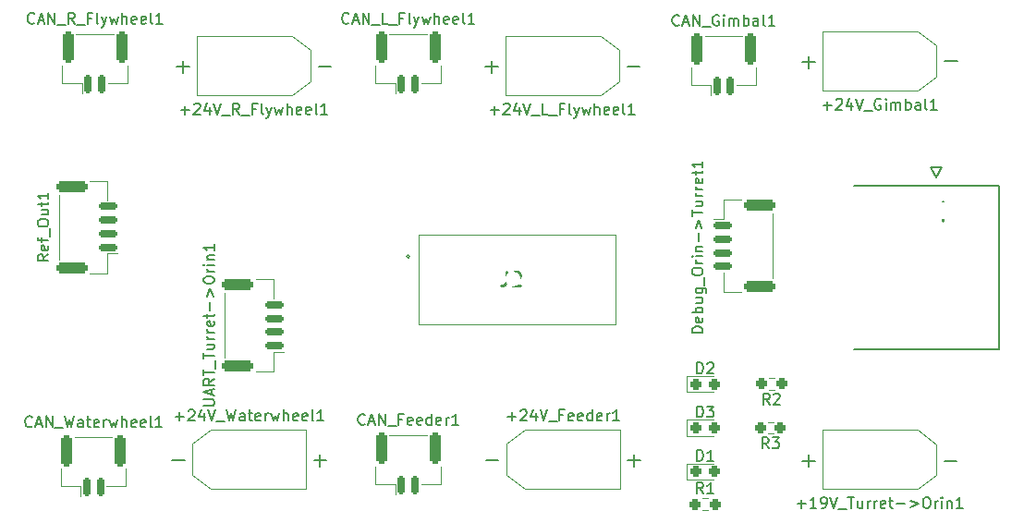
<source format=gto>
G04 #@! TF.GenerationSoftware,KiCad,Pcbnew,8.0.4*
G04 #@! TF.CreationDate,2025-03-20T14:50:27-05:00*
G04 #@! TF.ProjectId,Turret,54757272-6574-42e6-9b69-6361645f7063,rev?*
G04 #@! TF.SameCoordinates,Original*
G04 #@! TF.FileFunction,Legend,Top*
G04 #@! TF.FilePolarity,Positive*
%FSLAX46Y46*%
G04 Gerber Fmt 4.6, Leading zero omitted, Abs format (unit mm)*
G04 Created by KiCad (PCBNEW 8.0.4) date 2025-03-20 14:50:27*
%MOMM*%
%LPD*%
G01*
G04 APERTURE LIST*
G04 Aperture macros list*
%AMRoundRect*
0 Rectangle with rounded corners*
0 $1 Rounding radius*
0 $2 $3 $4 $5 $6 $7 $8 $9 X,Y pos of 4 corners*
0 Add a 4 corners polygon primitive as box body*
4,1,4,$2,$3,$4,$5,$6,$7,$8,$9,$2,$3,0*
0 Add four circle primitives for the rounded corners*
1,1,$1+$1,$2,$3*
1,1,$1+$1,$4,$5*
1,1,$1+$1,$6,$7*
1,1,$1+$1,$8,$9*
0 Add four rect primitives between the rounded corners*
20,1,$1+$1,$2,$3,$4,$5,0*
20,1,$1+$1,$4,$5,$6,$7,0*
20,1,$1+$1,$6,$7,$8,$9,0*
20,1,$1+$1,$8,$9,$2,$3,0*%
G04 Aperture macros list end*
%ADD10C,0.150000*%
%ADD11C,0.254000*%
%ADD12C,0.120000*%
%ADD13C,0.127000*%
%ADD14C,0.200000*%
%ADD15C,0.100000*%
%ADD16RoundRect,0.150000X-0.150000X-0.700000X0.150000X-0.700000X0.150000X0.700000X-0.150000X0.700000X0*%
%ADD17RoundRect,0.250000X-0.250000X-1.150000X0.250000X-1.150000X0.250000X1.150000X-0.250000X1.150000X0*%
%ADD18C,1.600000*%
%ADD19R,1.520000X1.520000*%
%ADD20C,1.520000*%
%ADD21RoundRect,0.237500X-0.287500X-0.237500X0.287500X-0.237500X0.287500X0.237500X-0.287500X0.237500X0*%
%ADD22R,3.800000X3.800000*%
%ADD23C,4.000000*%
%ADD24RoundRect,0.150000X-0.700000X0.150000X-0.700000X-0.150000X0.700000X-0.150000X0.700000X0.150000X0*%
%ADD25RoundRect,0.250000X-1.150000X0.250000X-1.150000X-0.250000X1.150000X-0.250000X1.150000X0.250000X0*%
%ADD26C,3.000000*%
%ADD27RoundRect,0.150000X0.700000X-0.150000X0.700000X0.150000X-0.700000X0.150000X-0.700000X-0.150000X0*%
%ADD28RoundRect,0.250000X1.150000X-0.250000X1.150000X0.250000X-1.150000X0.250000X-1.150000X-0.250000X0*%
%ADD29RoundRect,0.237500X0.250000X0.237500X-0.250000X0.237500X-0.250000X-0.237500X0.250000X-0.237500X0*%
%ADD30RoundRect,0.237500X-0.250000X-0.237500X0.250000X-0.237500X0.250000X0.237500X-0.250000X0.237500X0*%
%ADD31C,1.400000*%
%ADD32C,1.381000*%
G04 APERTURE END LIST*
D10*
X78837808Y-75737580D02*
X78790189Y-75785200D01*
X78790189Y-75785200D02*
X78647332Y-75832819D01*
X78647332Y-75832819D02*
X78552094Y-75832819D01*
X78552094Y-75832819D02*
X78409237Y-75785200D01*
X78409237Y-75785200D02*
X78313999Y-75689961D01*
X78313999Y-75689961D02*
X78266380Y-75594723D01*
X78266380Y-75594723D02*
X78218761Y-75404247D01*
X78218761Y-75404247D02*
X78218761Y-75261390D01*
X78218761Y-75261390D02*
X78266380Y-75070914D01*
X78266380Y-75070914D02*
X78313999Y-74975676D01*
X78313999Y-74975676D02*
X78409237Y-74880438D01*
X78409237Y-74880438D02*
X78552094Y-74832819D01*
X78552094Y-74832819D02*
X78647332Y-74832819D01*
X78647332Y-74832819D02*
X78790189Y-74880438D01*
X78790189Y-74880438D02*
X78837808Y-74928057D01*
X79218761Y-75547104D02*
X79694951Y-75547104D01*
X79123523Y-75832819D02*
X79456856Y-74832819D01*
X79456856Y-74832819D02*
X79790189Y-75832819D01*
X80123523Y-75832819D02*
X80123523Y-74832819D01*
X80123523Y-74832819D02*
X80694951Y-75832819D01*
X80694951Y-75832819D02*
X80694951Y-74832819D01*
X80933047Y-75928057D02*
X81694951Y-75928057D01*
X82266380Y-75309009D02*
X81933047Y-75309009D01*
X81933047Y-75832819D02*
X81933047Y-74832819D01*
X81933047Y-74832819D02*
X82409237Y-74832819D01*
X83171142Y-75785200D02*
X83075904Y-75832819D01*
X83075904Y-75832819D02*
X82885428Y-75832819D01*
X82885428Y-75832819D02*
X82790190Y-75785200D01*
X82790190Y-75785200D02*
X82742571Y-75689961D01*
X82742571Y-75689961D02*
X82742571Y-75309009D01*
X82742571Y-75309009D02*
X82790190Y-75213771D01*
X82790190Y-75213771D02*
X82885428Y-75166152D01*
X82885428Y-75166152D02*
X83075904Y-75166152D01*
X83075904Y-75166152D02*
X83171142Y-75213771D01*
X83171142Y-75213771D02*
X83218761Y-75309009D01*
X83218761Y-75309009D02*
X83218761Y-75404247D01*
X83218761Y-75404247D02*
X82742571Y-75499485D01*
X84028285Y-75785200D02*
X83933047Y-75832819D01*
X83933047Y-75832819D02*
X83742571Y-75832819D01*
X83742571Y-75832819D02*
X83647333Y-75785200D01*
X83647333Y-75785200D02*
X83599714Y-75689961D01*
X83599714Y-75689961D02*
X83599714Y-75309009D01*
X83599714Y-75309009D02*
X83647333Y-75213771D01*
X83647333Y-75213771D02*
X83742571Y-75166152D01*
X83742571Y-75166152D02*
X83933047Y-75166152D01*
X83933047Y-75166152D02*
X84028285Y-75213771D01*
X84028285Y-75213771D02*
X84075904Y-75309009D01*
X84075904Y-75309009D02*
X84075904Y-75404247D01*
X84075904Y-75404247D02*
X83599714Y-75499485D01*
X84933047Y-75832819D02*
X84933047Y-74832819D01*
X84933047Y-75785200D02*
X84837809Y-75832819D01*
X84837809Y-75832819D02*
X84647333Y-75832819D01*
X84647333Y-75832819D02*
X84552095Y-75785200D01*
X84552095Y-75785200D02*
X84504476Y-75737580D01*
X84504476Y-75737580D02*
X84456857Y-75642342D01*
X84456857Y-75642342D02*
X84456857Y-75356628D01*
X84456857Y-75356628D02*
X84504476Y-75261390D01*
X84504476Y-75261390D02*
X84552095Y-75213771D01*
X84552095Y-75213771D02*
X84647333Y-75166152D01*
X84647333Y-75166152D02*
X84837809Y-75166152D01*
X84837809Y-75166152D02*
X84933047Y-75213771D01*
X85790190Y-75785200D02*
X85694952Y-75832819D01*
X85694952Y-75832819D02*
X85504476Y-75832819D01*
X85504476Y-75832819D02*
X85409238Y-75785200D01*
X85409238Y-75785200D02*
X85361619Y-75689961D01*
X85361619Y-75689961D02*
X85361619Y-75309009D01*
X85361619Y-75309009D02*
X85409238Y-75213771D01*
X85409238Y-75213771D02*
X85504476Y-75166152D01*
X85504476Y-75166152D02*
X85694952Y-75166152D01*
X85694952Y-75166152D02*
X85790190Y-75213771D01*
X85790190Y-75213771D02*
X85837809Y-75309009D01*
X85837809Y-75309009D02*
X85837809Y-75404247D01*
X85837809Y-75404247D02*
X85361619Y-75499485D01*
X86266381Y-75832819D02*
X86266381Y-75166152D01*
X86266381Y-75356628D02*
X86314000Y-75261390D01*
X86314000Y-75261390D02*
X86361619Y-75213771D01*
X86361619Y-75213771D02*
X86456857Y-75166152D01*
X86456857Y-75166152D02*
X86552095Y-75166152D01*
X87409238Y-75832819D02*
X86837810Y-75832819D01*
X87123524Y-75832819D02*
X87123524Y-74832819D01*
X87123524Y-74832819D02*
X87028286Y-74975676D01*
X87028286Y-74975676D02*
X86933048Y-75070914D01*
X86933048Y-75070914D02*
X86837810Y-75118533D01*
D11*
X130504318Y-56623333D02*
X131411461Y-56623333D01*
X131411461Y-56623333D02*
X131592889Y-56683810D01*
X131592889Y-56683810D02*
X131713842Y-56804762D01*
X131713842Y-56804762D02*
X131774318Y-56986191D01*
X131774318Y-56986191D02*
X131774318Y-57107143D01*
X131774318Y-55353333D02*
X131774318Y-56079048D01*
X131774318Y-55716191D02*
X130504318Y-55716191D01*
X130504318Y-55716191D02*
X130685746Y-55837143D01*
X130685746Y-55837143D02*
X130806699Y-55958095D01*
X130806699Y-55958095D02*
X130867175Y-56079048D01*
D10*
X109261905Y-79124819D02*
X109261905Y-78124819D01*
X109261905Y-78124819D02*
X109500000Y-78124819D01*
X109500000Y-78124819D02*
X109642857Y-78172438D01*
X109642857Y-78172438D02*
X109738095Y-78267676D01*
X109738095Y-78267676D02*
X109785714Y-78362914D01*
X109785714Y-78362914D02*
X109833333Y-78553390D01*
X109833333Y-78553390D02*
X109833333Y-78696247D01*
X109833333Y-78696247D02*
X109785714Y-78886723D01*
X109785714Y-78886723D02*
X109738095Y-78981961D01*
X109738095Y-78981961D02*
X109642857Y-79077200D01*
X109642857Y-79077200D02*
X109500000Y-79124819D01*
X109500000Y-79124819D02*
X109261905Y-79124819D01*
X110785714Y-79124819D02*
X110214286Y-79124819D01*
X110500000Y-79124819D02*
X110500000Y-78124819D01*
X110500000Y-78124819D02*
X110404762Y-78267676D01*
X110404762Y-78267676D02*
X110309524Y-78362914D01*
X110309524Y-78362914D02*
X110214286Y-78410533D01*
X107626571Y-39161580D02*
X107578952Y-39209200D01*
X107578952Y-39209200D02*
X107436095Y-39256819D01*
X107436095Y-39256819D02*
X107340857Y-39256819D01*
X107340857Y-39256819D02*
X107198000Y-39209200D01*
X107198000Y-39209200D02*
X107102762Y-39113961D01*
X107102762Y-39113961D02*
X107055143Y-39018723D01*
X107055143Y-39018723D02*
X107007524Y-38828247D01*
X107007524Y-38828247D02*
X107007524Y-38685390D01*
X107007524Y-38685390D02*
X107055143Y-38494914D01*
X107055143Y-38494914D02*
X107102762Y-38399676D01*
X107102762Y-38399676D02*
X107198000Y-38304438D01*
X107198000Y-38304438D02*
X107340857Y-38256819D01*
X107340857Y-38256819D02*
X107436095Y-38256819D01*
X107436095Y-38256819D02*
X107578952Y-38304438D01*
X107578952Y-38304438D02*
X107626571Y-38352057D01*
X108007524Y-38971104D02*
X108483714Y-38971104D01*
X107912286Y-39256819D02*
X108245619Y-38256819D01*
X108245619Y-38256819D02*
X108578952Y-39256819D01*
X108912286Y-39256819D02*
X108912286Y-38256819D01*
X108912286Y-38256819D02*
X109483714Y-39256819D01*
X109483714Y-39256819D02*
X109483714Y-38256819D01*
X109721810Y-39352057D02*
X110483714Y-39352057D01*
X111245619Y-38304438D02*
X111150381Y-38256819D01*
X111150381Y-38256819D02*
X111007524Y-38256819D01*
X111007524Y-38256819D02*
X110864667Y-38304438D01*
X110864667Y-38304438D02*
X110769429Y-38399676D01*
X110769429Y-38399676D02*
X110721810Y-38494914D01*
X110721810Y-38494914D02*
X110674191Y-38685390D01*
X110674191Y-38685390D02*
X110674191Y-38828247D01*
X110674191Y-38828247D02*
X110721810Y-39018723D01*
X110721810Y-39018723D02*
X110769429Y-39113961D01*
X110769429Y-39113961D02*
X110864667Y-39209200D01*
X110864667Y-39209200D02*
X111007524Y-39256819D01*
X111007524Y-39256819D02*
X111102762Y-39256819D01*
X111102762Y-39256819D02*
X111245619Y-39209200D01*
X111245619Y-39209200D02*
X111293238Y-39161580D01*
X111293238Y-39161580D02*
X111293238Y-38828247D01*
X111293238Y-38828247D02*
X111102762Y-38828247D01*
X111721810Y-39256819D02*
X111721810Y-38590152D01*
X111721810Y-38256819D02*
X111674191Y-38304438D01*
X111674191Y-38304438D02*
X111721810Y-38352057D01*
X111721810Y-38352057D02*
X111769429Y-38304438D01*
X111769429Y-38304438D02*
X111721810Y-38256819D01*
X111721810Y-38256819D02*
X111721810Y-38352057D01*
X112198000Y-39256819D02*
X112198000Y-38590152D01*
X112198000Y-38685390D02*
X112245619Y-38637771D01*
X112245619Y-38637771D02*
X112340857Y-38590152D01*
X112340857Y-38590152D02*
X112483714Y-38590152D01*
X112483714Y-38590152D02*
X112578952Y-38637771D01*
X112578952Y-38637771D02*
X112626571Y-38733009D01*
X112626571Y-38733009D02*
X112626571Y-39256819D01*
X112626571Y-38733009D02*
X112674190Y-38637771D01*
X112674190Y-38637771D02*
X112769428Y-38590152D01*
X112769428Y-38590152D02*
X112912285Y-38590152D01*
X112912285Y-38590152D02*
X113007524Y-38637771D01*
X113007524Y-38637771D02*
X113055143Y-38733009D01*
X113055143Y-38733009D02*
X113055143Y-39256819D01*
X113531333Y-39256819D02*
X113531333Y-38256819D01*
X113531333Y-38637771D02*
X113626571Y-38590152D01*
X113626571Y-38590152D02*
X113817047Y-38590152D01*
X113817047Y-38590152D02*
X113912285Y-38637771D01*
X113912285Y-38637771D02*
X113959904Y-38685390D01*
X113959904Y-38685390D02*
X114007523Y-38780628D01*
X114007523Y-38780628D02*
X114007523Y-39066342D01*
X114007523Y-39066342D02*
X113959904Y-39161580D01*
X113959904Y-39161580D02*
X113912285Y-39209200D01*
X113912285Y-39209200D02*
X113817047Y-39256819D01*
X113817047Y-39256819D02*
X113626571Y-39256819D01*
X113626571Y-39256819D02*
X113531333Y-39209200D01*
X114864666Y-39256819D02*
X114864666Y-38733009D01*
X114864666Y-38733009D02*
X114817047Y-38637771D01*
X114817047Y-38637771D02*
X114721809Y-38590152D01*
X114721809Y-38590152D02*
X114531333Y-38590152D01*
X114531333Y-38590152D02*
X114436095Y-38637771D01*
X114864666Y-39209200D02*
X114769428Y-39256819D01*
X114769428Y-39256819D02*
X114531333Y-39256819D01*
X114531333Y-39256819D02*
X114436095Y-39209200D01*
X114436095Y-39209200D02*
X114388476Y-39113961D01*
X114388476Y-39113961D02*
X114388476Y-39018723D01*
X114388476Y-39018723D02*
X114436095Y-38923485D01*
X114436095Y-38923485D02*
X114531333Y-38875866D01*
X114531333Y-38875866D02*
X114769428Y-38875866D01*
X114769428Y-38875866D02*
X114864666Y-38828247D01*
X115483714Y-39256819D02*
X115388476Y-39209200D01*
X115388476Y-39209200D02*
X115340857Y-39113961D01*
X115340857Y-39113961D02*
X115340857Y-38256819D01*
X116388476Y-39256819D02*
X115817048Y-39256819D01*
X116102762Y-39256819D02*
X116102762Y-38256819D01*
X116102762Y-38256819D02*
X116007524Y-38399676D01*
X116007524Y-38399676D02*
X115912286Y-38494914D01*
X115912286Y-38494914D02*
X115817048Y-38542533D01*
X109261905Y-71124819D02*
X109261905Y-70124819D01*
X109261905Y-70124819D02*
X109500000Y-70124819D01*
X109500000Y-70124819D02*
X109642857Y-70172438D01*
X109642857Y-70172438D02*
X109738095Y-70267676D01*
X109738095Y-70267676D02*
X109785714Y-70362914D01*
X109785714Y-70362914D02*
X109833333Y-70553390D01*
X109833333Y-70553390D02*
X109833333Y-70696247D01*
X109833333Y-70696247D02*
X109785714Y-70886723D01*
X109785714Y-70886723D02*
X109738095Y-70981961D01*
X109738095Y-70981961D02*
X109642857Y-71077200D01*
X109642857Y-71077200D02*
X109500000Y-71124819D01*
X109500000Y-71124819D02*
X109261905Y-71124819D01*
X110214286Y-70220057D02*
X110261905Y-70172438D01*
X110261905Y-70172438D02*
X110357143Y-70124819D01*
X110357143Y-70124819D02*
X110595238Y-70124819D01*
X110595238Y-70124819D02*
X110690476Y-70172438D01*
X110690476Y-70172438D02*
X110738095Y-70220057D01*
X110738095Y-70220057D02*
X110785714Y-70315295D01*
X110785714Y-70315295D02*
X110785714Y-70410533D01*
X110785714Y-70410533D02*
X110738095Y-70553390D01*
X110738095Y-70553390D02*
X110166667Y-71124819D01*
X110166667Y-71124819D02*
X110785714Y-71124819D01*
X62000332Y-46999866D02*
X62762237Y-46999866D01*
X62381284Y-47380819D02*
X62381284Y-46618914D01*
X63190808Y-46476057D02*
X63238427Y-46428438D01*
X63238427Y-46428438D02*
X63333665Y-46380819D01*
X63333665Y-46380819D02*
X63571760Y-46380819D01*
X63571760Y-46380819D02*
X63666998Y-46428438D01*
X63666998Y-46428438D02*
X63714617Y-46476057D01*
X63714617Y-46476057D02*
X63762236Y-46571295D01*
X63762236Y-46571295D02*
X63762236Y-46666533D01*
X63762236Y-46666533D02*
X63714617Y-46809390D01*
X63714617Y-46809390D02*
X63143189Y-47380819D01*
X63143189Y-47380819D02*
X63762236Y-47380819D01*
X64619379Y-46714152D02*
X64619379Y-47380819D01*
X64381284Y-46333200D02*
X64143189Y-47047485D01*
X64143189Y-47047485D02*
X64762236Y-47047485D01*
X65000332Y-46380819D02*
X65333665Y-47380819D01*
X65333665Y-47380819D02*
X65666998Y-46380819D01*
X65762237Y-47476057D02*
X66524141Y-47476057D01*
X67333665Y-47380819D02*
X67000332Y-46904628D01*
X66762237Y-47380819D02*
X66762237Y-46380819D01*
X66762237Y-46380819D02*
X67143189Y-46380819D01*
X67143189Y-46380819D02*
X67238427Y-46428438D01*
X67238427Y-46428438D02*
X67286046Y-46476057D01*
X67286046Y-46476057D02*
X67333665Y-46571295D01*
X67333665Y-46571295D02*
X67333665Y-46714152D01*
X67333665Y-46714152D02*
X67286046Y-46809390D01*
X67286046Y-46809390D02*
X67238427Y-46857009D01*
X67238427Y-46857009D02*
X67143189Y-46904628D01*
X67143189Y-46904628D02*
X66762237Y-46904628D01*
X67524142Y-47476057D02*
X68286046Y-47476057D01*
X68857475Y-46857009D02*
X68524142Y-46857009D01*
X68524142Y-47380819D02*
X68524142Y-46380819D01*
X68524142Y-46380819D02*
X69000332Y-46380819D01*
X69524142Y-47380819D02*
X69428904Y-47333200D01*
X69428904Y-47333200D02*
X69381285Y-47237961D01*
X69381285Y-47237961D02*
X69381285Y-46380819D01*
X69809857Y-46714152D02*
X70047952Y-47380819D01*
X70286047Y-46714152D02*
X70047952Y-47380819D01*
X70047952Y-47380819D02*
X69952714Y-47618914D01*
X69952714Y-47618914D02*
X69905095Y-47666533D01*
X69905095Y-47666533D02*
X69809857Y-47714152D01*
X70571762Y-46714152D02*
X70762238Y-47380819D01*
X70762238Y-47380819D02*
X70952714Y-46904628D01*
X70952714Y-46904628D02*
X71143190Y-47380819D01*
X71143190Y-47380819D02*
X71333666Y-46714152D01*
X71714619Y-47380819D02*
X71714619Y-46380819D01*
X72143190Y-47380819D02*
X72143190Y-46857009D01*
X72143190Y-46857009D02*
X72095571Y-46761771D01*
X72095571Y-46761771D02*
X72000333Y-46714152D01*
X72000333Y-46714152D02*
X71857476Y-46714152D01*
X71857476Y-46714152D02*
X71762238Y-46761771D01*
X71762238Y-46761771D02*
X71714619Y-46809390D01*
X73000333Y-47333200D02*
X72905095Y-47380819D01*
X72905095Y-47380819D02*
X72714619Y-47380819D01*
X72714619Y-47380819D02*
X72619381Y-47333200D01*
X72619381Y-47333200D02*
X72571762Y-47237961D01*
X72571762Y-47237961D02*
X72571762Y-46857009D01*
X72571762Y-46857009D02*
X72619381Y-46761771D01*
X72619381Y-46761771D02*
X72714619Y-46714152D01*
X72714619Y-46714152D02*
X72905095Y-46714152D01*
X72905095Y-46714152D02*
X73000333Y-46761771D01*
X73000333Y-46761771D02*
X73047952Y-46857009D01*
X73047952Y-46857009D02*
X73047952Y-46952247D01*
X73047952Y-46952247D02*
X72571762Y-47047485D01*
X73857476Y-47333200D02*
X73762238Y-47380819D01*
X73762238Y-47380819D02*
X73571762Y-47380819D01*
X73571762Y-47380819D02*
X73476524Y-47333200D01*
X73476524Y-47333200D02*
X73428905Y-47237961D01*
X73428905Y-47237961D02*
X73428905Y-46857009D01*
X73428905Y-46857009D02*
X73476524Y-46761771D01*
X73476524Y-46761771D02*
X73571762Y-46714152D01*
X73571762Y-46714152D02*
X73762238Y-46714152D01*
X73762238Y-46714152D02*
X73857476Y-46761771D01*
X73857476Y-46761771D02*
X73905095Y-46857009D01*
X73905095Y-46857009D02*
X73905095Y-46952247D01*
X73905095Y-46952247D02*
X73428905Y-47047485D01*
X74476524Y-47380819D02*
X74381286Y-47333200D01*
X74381286Y-47333200D02*
X74333667Y-47237961D01*
X74333667Y-47237961D02*
X74333667Y-46380819D01*
X75381286Y-47380819D02*
X74809858Y-47380819D01*
X75095572Y-47380819D02*
X75095572Y-46380819D01*
X75095572Y-46380819D02*
X75000334Y-46523676D01*
X75000334Y-46523676D02*
X74905096Y-46618914D01*
X74905096Y-46618914D02*
X74809858Y-46666533D01*
X61595571Y-43040700D02*
X62738429Y-43040700D01*
X62167000Y-43612128D02*
X62167000Y-42469271D01*
X74595571Y-43040700D02*
X75738429Y-43040700D01*
X109801819Y-67396333D02*
X108801819Y-67396333D01*
X108801819Y-67396333D02*
X108801819Y-67158238D01*
X108801819Y-67158238D02*
X108849438Y-67015381D01*
X108849438Y-67015381D02*
X108944676Y-66920143D01*
X108944676Y-66920143D02*
X109039914Y-66872524D01*
X109039914Y-66872524D02*
X109230390Y-66824905D01*
X109230390Y-66824905D02*
X109373247Y-66824905D01*
X109373247Y-66824905D02*
X109563723Y-66872524D01*
X109563723Y-66872524D02*
X109658961Y-66920143D01*
X109658961Y-66920143D02*
X109754200Y-67015381D01*
X109754200Y-67015381D02*
X109801819Y-67158238D01*
X109801819Y-67158238D02*
X109801819Y-67396333D01*
X109754200Y-66015381D02*
X109801819Y-66110619D01*
X109801819Y-66110619D02*
X109801819Y-66301095D01*
X109801819Y-66301095D02*
X109754200Y-66396333D01*
X109754200Y-66396333D02*
X109658961Y-66443952D01*
X109658961Y-66443952D02*
X109278009Y-66443952D01*
X109278009Y-66443952D02*
X109182771Y-66396333D01*
X109182771Y-66396333D02*
X109135152Y-66301095D01*
X109135152Y-66301095D02*
X109135152Y-66110619D01*
X109135152Y-66110619D02*
X109182771Y-66015381D01*
X109182771Y-66015381D02*
X109278009Y-65967762D01*
X109278009Y-65967762D02*
X109373247Y-65967762D01*
X109373247Y-65967762D02*
X109468485Y-66443952D01*
X109801819Y-65539190D02*
X108801819Y-65539190D01*
X109182771Y-65539190D02*
X109135152Y-65443952D01*
X109135152Y-65443952D02*
X109135152Y-65253476D01*
X109135152Y-65253476D02*
X109182771Y-65158238D01*
X109182771Y-65158238D02*
X109230390Y-65110619D01*
X109230390Y-65110619D02*
X109325628Y-65063000D01*
X109325628Y-65063000D02*
X109611342Y-65063000D01*
X109611342Y-65063000D02*
X109706580Y-65110619D01*
X109706580Y-65110619D02*
X109754200Y-65158238D01*
X109754200Y-65158238D02*
X109801819Y-65253476D01*
X109801819Y-65253476D02*
X109801819Y-65443952D01*
X109801819Y-65443952D02*
X109754200Y-65539190D01*
X109135152Y-64205857D02*
X109801819Y-64205857D01*
X109135152Y-64634428D02*
X109658961Y-64634428D01*
X109658961Y-64634428D02*
X109754200Y-64586809D01*
X109754200Y-64586809D02*
X109801819Y-64491571D01*
X109801819Y-64491571D02*
X109801819Y-64348714D01*
X109801819Y-64348714D02*
X109754200Y-64253476D01*
X109754200Y-64253476D02*
X109706580Y-64205857D01*
X109135152Y-63301095D02*
X109944676Y-63301095D01*
X109944676Y-63301095D02*
X110039914Y-63348714D01*
X110039914Y-63348714D02*
X110087533Y-63396333D01*
X110087533Y-63396333D02*
X110135152Y-63491571D01*
X110135152Y-63491571D02*
X110135152Y-63634428D01*
X110135152Y-63634428D02*
X110087533Y-63729666D01*
X109754200Y-63301095D02*
X109801819Y-63396333D01*
X109801819Y-63396333D02*
X109801819Y-63586809D01*
X109801819Y-63586809D02*
X109754200Y-63682047D01*
X109754200Y-63682047D02*
X109706580Y-63729666D01*
X109706580Y-63729666D02*
X109611342Y-63777285D01*
X109611342Y-63777285D02*
X109325628Y-63777285D01*
X109325628Y-63777285D02*
X109230390Y-63729666D01*
X109230390Y-63729666D02*
X109182771Y-63682047D01*
X109182771Y-63682047D02*
X109135152Y-63586809D01*
X109135152Y-63586809D02*
X109135152Y-63396333D01*
X109135152Y-63396333D02*
X109182771Y-63301095D01*
X109897057Y-63063000D02*
X109897057Y-62301095D01*
X108801819Y-61872523D02*
X108801819Y-61682047D01*
X108801819Y-61682047D02*
X108849438Y-61586809D01*
X108849438Y-61586809D02*
X108944676Y-61491571D01*
X108944676Y-61491571D02*
X109135152Y-61443952D01*
X109135152Y-61443952D02*
X109468485Y-61443952D01*
X109468485Y-61443952D02*
X109658961Y-61491571D01*
X109658961Y-61491571D02*
X109754200Y-61586809D01*
X109754200Y-61586809D02*
X109801819Y-61682047D01*
X109801819Y-61682047D02*
X109801819Y-61872523D01*
X109801819Y-61872523D02*
X109754200Y-61967761D01*
X109754200Y-61967761D02*
X109658961Y-62062999D01*
X109658961Y-62062999D02*
X109468485Y-62110618D01*
X109468485Y-62110618D02*
X109135152Y-62110618D01*
X109135152Y-62110618D02*
X108944676Y-62062999D01*
X108944676Y-62062999D02*
X108849438Y-61967761D01*
X108849438Y-61967761D02*
X108801819Y-61872523D01*
X109801819Y-61015380D02*
X109135152Y-61015380D01*
X109325628Y-61015380D02*
X109230390Y-60967761D01*
X109230390Y-60967761D02*
X109182771Y-60920142D01*
X109182771Y-60920142D02*
X109135152Y-60824904D01*
X109135152Y-60824904D02*
X109135152Y-60729666D01*
X109801819Y-60396332D02*
X109135152Y-60396332D01*
X108801819Y-60396332D02*
X108849438Y-60443951D01*
X108849438Y-60443951D02*
X108897057Y-60396332D01*
X108897057Y-60396332D02*
X108849438Y-60348713D01*
X108849438Y-60348713D02*
X108801819Y-60396332D01*
X108801819Y-60396332D02*
X108897057Y-60396332D01*
X109135152Y-59920142D02*
X109801819Y-59920142D01*
X109230390Y-59920142D02*
X109182771Y-59872523D01*
X109182771Y-59872523D02*
X109135152Y-59777285D01*
X109135152Y-59777285D02*
X109135152Y-59634428D01*
X109135152Y-59634428D02*
X109182771Y-59539190D01*
X109182771Y-59539190D02*
X109278009Y-59491571D01*
X109278009Y-59491571D02*
X109801819Y-59491571D01*
X109420866Y-59015380D02*
X109420866Y-58253476D01*
X109135152Y-57777285D02*
X109420866Y-57015381D01*
X109420866Y-57015381D02*
X109706580Y-57777285D01*
X108801819Y-56682047D02*
X108801819Y-56110619D01*
X109801819Y-56396333D02*
X108801819Y-56396333D01*
X109135152Y-55348714D02*
X109801819Y-55348714D01*
X109135152Y-55777285D02*
X109658961Y-55777285D01*
X109658961Y-55777285D02*
X109754200Y-55729666D01*
X109754200Y-55729666D02*
X109801819Y-55634428D01*
X109801819Y-55634428D02*
X109801819Y-55491571D01*
X109801819Y-55491571D02*
X109754200Y-55396333D01*
X109754200Y-55396333D02*
X109706580Y-55348714D01*
X109801819Y-54872523D02*
X109135152Y-54872523D01*
X109325628Y-54872523D02*
X109230390Y-54824904D01*
X109230390Y-54824904D02*
X109182771Y-54777285D01*
X109182771Y-54777285D02*
X109135152Y-54682047D01*
X109135152Y-54682047D02*
X109135152Y-54586809D01*
X109801819Y-54253475D02*
X109135152Y-54253475D01*
X109325628Y-54253475D02*
X109230390Y-54205856D01*
X109230390Y-54205856D02*
X109182771Y-54158237D01*
X109182771Y-54158237D02*
X109135152Y-54062999D01*
X109135152Y-54062999D02*
X109135152Y-53967761D01*
X109754200Y-53253475D02*
X109801819Y-53348713D01*
X109801819Y-53348713D02*
X109801819Y-53539189D01*
X109801819Y-53539189D02*
X109754200Y-53634427D01*
X109754200Y-53634427D02*
X109658961Y-53682046D01*
X109658961Y-53682046D02*
X109278009Y-53682046D01*
X109278009Y-53682046D02*
X109182771Y-53634427D01*
X109182771Y-53634427D02*
X109135152Y-53539189D01*
X109135152Y-53539189D02*
X109135152Y-53348713D01*
X109135152Y-53348713D02*
X109182771Y-53253475D01*
X109182771Y-53253475D02*
X109278009Y-53205856D01*
X109278009Y-53205856D02*
X109373247Y-53205856D01*
X109373247Y-53205856D02*
X109468485Y-53682046D01*
X109135152Y-52920141D02*
X109135152Y-52539189D01*
X108801819Y-52777284D02*
X109658961Y-52777284D01*
X109658961Y-52777284D02*
X109754200Y-52729665D01*
X109754200Y-52729665D02*
X109801819Y-52634427D01*
X109801819Y-52634427D02*
X109801819Y-52539189D01*
X109801819Y-51682046D02*
X109801819Y-52253474D01*
X109801819Y-51967760D02*
X108801819Y-51967760D01*
X108801819Y-51967760D02*
X108944676Y-52062998D01*
X108944676Y-52062998D02*
X109039914Y-52158236D01*
X109039914Y-52158236D02*
X109087533Y-52253474D01*
X48564379Y-38986580D02*
X48516760Y-39034200D01*
X48516760Y-39034200D02*
X48373903Y-39081819D01*
X48373903Y-39081819D02*
X48278665Y-39081819D01*
X48278665Y-39081819D02*
X48135808Y-39034200D01*
X48135808Y-39034200D02*
X48040570Y-38938961D01*
X48040570Y-38938961D02*
X47992951Y-38843723D01*
X47992951Y-38843723D02*
X47945332Y-38653247D01*
X47945332Y-38653247D02*
X47945332Y-38510390D01*
X47945332Y-38510390D02*
X47992951Y-38319914D01*
X47992951Y-38319914D02*
X48040570Y-38224676D01*
X48040570Y-38224676D02*
X48135808Y-38129438D01*
X48135808Y-38129438D02*
X48278665Y-38081819D01*
X48278665Y-38081819D02*
X48373903Y-38081819D01*
X48373903Y-38081819D02*
X48516760Y-38129438D01*
X48516760Y-38129438D02*
X48564379Y-38177057D01*
X48945332Y-38796104D02*
X49421522Y-38796104D01*
X48850094Y-39081819D02*
X49183427Y-38081819D01*
X49183427Y-38081819D02*
X49516760Y-39081819D01*
X49850094Y-39081819D02*
X49850094Y-38081819D01*
X49850094Y-38081819D02*
X50421522Y-39081819D01*
X50421522Y-39081819D02*
X50421522Y-38081819D01*
X50659618Y-39177057D02*
X51421522Y-39177057D01*
X52231046Y-39081819D02*
X51897713Y-38605628D01*
X51659618Y-39081819D02*
X51659618Y-38081819D01*
X51659618Y-38081819D02*
X52040570Y-38081819D01*
X52040570Y-38081819D02*
X52135808Y-38129438D01*
X52135808Y-38129438D02*
X52183427Y-38177057D01*
X52183427Y-38177057D02*
X52231046Y-38272295D01*
X52231046Y-38272295D02*
X52231046Y-38415152D01*
X52231046Y-38415152D02*
X52183427Y-38510390D01*
X52183427Y-38510390D02*
X52135808Y-38558009D01*
X52135808Y-38558009D02*
X52040570Y-38605628D01*
X52040570Y-38605628D02*
X51659618Y-38605628D01*
X52421523Y-39177057D02*
X53183427Y-39177057D01*
X53754856Y-38558009D02*
X53421523Y-38558009D01*
X53421523Y-39081819D02*
X53421523Y-38081819D01*
X53421523Y-38081819D02*
X53897713Y-38081819D01*
X54421523Y-39081819D02*
X54326285Y-39034200D01*
X54326285Y-39034200D02*
X54278666Y-38938961D01*
X54278666Y-38938961D02*
X54278666Y-38081819D01*
X54707238Y-38415152D02*
X54945333Y-39081819D01*
X55183428Y-38415152D02*
X54945333Y-39081819D01*
X54945333Y-39081819D02*
X54850095Y-39319914D01*
X54850095Y-39319914D02*
X54802476Y-39367533D01*
X54802476Y-39367533D02*
X54707238Y-39415152D01*
X55469143Y-38415152D02*
X55659619Y-39081819D01*
X55659619Y-39081819D02*
X55850095Y-38605628D01*
X55850095Y-38605628D02*
X56040571Y-39081819D01*
X56040571Y-39081819D02*
X56231047Y-38415152D01*
X56612000Y-39081819D02*
X56612000Y-38081819D01*
X57040571Y-39081819D02*
X57040571Y-38558009D01*
X57040571Y-38558009D02*
X56992952Y-38462771D01*
X56992952Y-38462771D02*
X56897714Y-38415152D01*
X56897714Y-38415152D02*
X56754857Y-38415152D01*
X56754857Y-38415152D02*
X56659619Y-38462771D01*
X56659619Y-38462771D02*
X56612000Y-38510390D01*
X57897714Y-39034200D02*
X57802476Y-39081819D01*
X57802476Y-39081819D02*
X57612000Y-39081819D01*
X57612000Y-39081819D02*
X57516762Y-39034200D01*
X57516762Y-39034200D02*
X57469143Y-38938961D01*
X57469143Y-38938961D02*
X57469143Y-38558009D01*
X57469143Y-38558009D02*
X57516762Y-38462771D01*
X57516762Y-38462771D02*
X57612000Y-38415152D01*
X57612000Y-38415152D02*
X57802476Y-38415152D01*
X57802476Y-38415152D02*
X57897714Y-38462771D01*
X57897714Y-38462771D02*
X57945333Y-38558009D01*
X57945333Y-38558009D02*
X57945333Y-38653247D01*
X57945333Y-38653247D02*
X57469143Y-38748485D01*
X58754857Y-39034200D02*
X58659619Y-39081819D01*
X58659619Y-39081819D02*
X58469143Y-39081819D01*
X58469143Y-39081819D02*
X58373905Y-39034200D01*
X58373905Y-39034200D02*
X58326286Y-38938961D01*
X58326286Y-38938961D02*
X58326286Y-38558009D01*
X58326286Y-38558009D02*
X58373905Y-38462771D01*
X58373905Y-38462771D02*
X58469143Y-38415152D01*
X58469143Y-38415152D02*
X58659619Y-38415152D01*
X58659619Y-38415152D02*
X58754857Y-38462771D01*
X58754857Y-38462771D02*
X58802476Y-38558009D01*
X58802476Y-38558009D02*
X58802476Y-38653247D01*
X58802476Y-38653247D02*
X58326286Y-38748485D01*
X59373905Y-39081819D02*
X59278667Y-39034200D01*
X59278667Y-39034200D02*
X59231048Y-38938961D01*
X59231048Y-38938961D02*
X59231048Y-38081819D01*
X60278667Y-39081819D02*
X59707239Y-39081819D01*
X59992953Y-39081819D02*
X59992953Y-38081819D01*
X59992953Y-38081819D02*
X59897715Y-38224676D01*
X59897715Y-38224676D02*
X59802477Y-38319914D01*
X59802477Y-38319914D02*
X59707239Y-38367533D01*
X109261905Y-75124819D02*
X109261905Y-74124819D01*
X109261905Y-74124819D02*
X109500000Y-74124819D01*
X109500000Y-74124819D02*
X109642857Y-74172438D01*
X109642857Y-74172438D02*
X109738095Y-74267676D01*
X109738095Y-74267676D02*
X109785714Y-74362914D01*
X109785714Y-74362914D02*
X109833333Y-74553390D01*
X109833333Y-74553390D02*
X109833333Y-74696247D01*
X109833333Y-74696247D02*
X109785714Y-74886723D01*
X109785714Y-74886723D02*
X109738095Y-74981961D01*
X109738095Y-74981961D02*
X109642857Y-75077200D01*
X109642857Y-75077200D02*
X109500000Y-75124819D01*
X109500000Y-75124819D02*
X109261905Y-75124819D01*
X110166667Y-74124819D02*
X110785714Y-74124819D01*
X110785714Y-74124819D02*
X110452381Y-74505771D01*
X110452381Y-74505771D02*
X110595238Y-74505771D01*
X110595238Y-74505771D02*
X110690476Y-74553390D01*
X110690476Y-74553390D02*
X110738095Y-74601009D01*
X110738095Y-74601009D02*
X110785714Y-74696247D01*
X110785714Y-74696247D02*
X110785714Y-74934342D01*
X110785714Y-74934342D02*
X110738095Y-75029580D01*
X110738095Y-75029580D02*
X110690476Y-75077200D01*
X110690476Y-75077200D02*
X110595238Y-75124819D01*
X110595238Y-75124819D02*
X110309524Y-75124819D01*
X110309524Y-75124819D02*
X110214286Y-75077200D01*
X110214286Y-75077200D02*
X110166667Y-75029580D01*
X48342141Y-75943580D02*
X48294522Y-75991200D01*
X48294522Y-75991200D02*
X48151665Y-76038819D01*
X48151665Y-76038819D02*
X48056427Y-76038819D01*
X48056427Y-76038819D02*
X47913570Y-75991200D01*
X47913570Y-75991200D02*
X47818332Y-75895961D01*
X47818332Y-75895961D02*
X47770713Y-75800723D01*
X47770713Y-75800723D02*
X47723094Y-75610247D01*
X47723094Y-75610247D02*
X47723094Y-75467390D01*
X47723094Y-75467390D02*
X47770713Y-75276914D01*
X47770713Y-75276914D02*
X47818332Y-75181676D01*
X47818332Y-75181676D02*
X47913570Y-75086438D01*
X47913570Y-75086438D02*
X48056427Y-75038819D01*
X48056427Y-75038819D02*
X48151665Y-75038819D01*
X48151665Y-75038819D02*
X48294522Y-75086438D01*
X48294522Y-75086438D02*
X48342141Y-75134057D01*
X48723094Y-75753104D02*
X49199284Y-75753104D01*
X48627856Y-76038819D02*
X48961189Y-75038819D01*
X48961189Y-75038819D02*
X49294522Y-76038819D01*
X49627856Y-76038819D02*
X49627856Y-75038819D01*
X49627856Y-75038819D02*
X50199284Y-76038819D01*
X50199284Y-76038819D02*
X50199284Y-75038819D01*
X50437380Y-76134057D02*
X51199284Y-76134057D01*
X51342142Y-75038819D02*
X51580237Y-76038819D01*
X51580237Y-76038819D02*
X51770713Y-75324533D01*
X51770713Y-75324533D02*
X51961189Y-76038819D01*
X51961189Y-76038819D02*
X52199285Y-75038819D01*
X53008808Y-76038819D02*
X53008808Y-75515009D01*
X53008808Y-75515009D02*
X52961189Y-75419771D01*
X52961189Y-75419771D02*
X52865951Y-75372152D01*
X52865951Y-75372152D02*
X52675475Y-75372152D01*
X52675475Y-75372152D02*
X52580237Y-75419771D01*
X53008808Y-75991200D02*
X52913570Y-76038819D01*
X52913570Y-76038819D02*
X52675475Y-76038819D01*
X52675475Y-76038819D02*
X52580237Y-75991200D01*
X52580237Y-75991200D02*
X52532618Y-75895961D01*
X52532618Y-75895961D02*
X52532618Y-75800723D01*
X52532618Y-75800723D02*
X52580237Y-75705485D01*
X52580237Y-75705485D02*
X52675475Y-75657866D01*
X52675475Y-75657866D02*
X52913570Y-75657866D01*
X52913570Y-75657866D02*
X53008808Y-75610247D01*
X53342142Y-75372152D02*
X53723094Y-75372152D01*
X53484999Y-75038819D02*
X53484999Y-75895961D01*
X53484999Y-75895961D02*
X53532618Y-75991200D01*
X53532618Y-75991200D02*
X53627856Y-76038819D01*
X53627856Y-76038819D02*
X53723094Y-76038819D01*
X54437380Y-75991200D02*
X54342142Y-76038819D01*
X54342142Y-76038819D02*
X54151666Y-76038819D01*
X54151666Y-76038819D02*
X54056428Y-75991200D01*
X54056428Y-75991200D02*
X54008809Y-75895961D01*
X54008809Y-75895961D02*
X54008809Y-75515009D01*
X54008809Y-75515009D02*
X54056428Y-75419771D01*
X54056428Y-75419771D02*
X54151666Y-75372152D01*
X54151666Y-75372152D02*
X54342142Y-75372152D01*
X54342142Y-75372152D02*
X54437380Y-75419771D01*
X54437380Y-75419771D02*
X54484999Y-75515009D01*
X54484999Y-75515009D02*
X54484999Y-75610247D01*
X54484999Y-75610247D02*
X54008809Y-75705485D01*
X54913571Y-76038819D02*
X54913571Y-75372152D01*
X54913571Y-75562628D02*
X54961190Y-75467390D01*
X54961190Y-75467390D02*
X55008809Y-75419771D01*
X55008809Y-75419771D02*
X55104047Y-75372152D01*
X55104047Y-75372152D02*
X55199285Y-75372152D01*
X55437381Y-75372152D02*
X55627857Y-76038819D01*
X55627857Y-76038819D02*
X55818333Y-75562628D01*
X55818333Y-75562628D02*
X56008809Y-76038819D01*
X56008809Y-76038819D02*
X56199285Y-75372152D01*
X56580238Y-76038819D02*
X56580238Y-75038819D01*
X57008809Y-76038819D02*
X57008809Y-75515009D01*
X57008809Y-75515009D02*
X56961190Y-75419771D01*
X56961190Y-75419771D02*
X56865952Y-75372152D01*
X56865952Y-75372152D02*
X56723095Y-75372152D01*
X56723095Y-75372152D02*
X56627857Y-75419771D01*
X56627857Y-75419771D02*
X56580238Y-75467390D01*
X57865952Y-75991200D02*
X57770714Y-76038819D01*
X57770714Y-76038819D02*
X57580238Y-76038819D01*
X57580238Y-76038819D02*
X57485000Y-75991200D01*
X57485000Y-75991200D02*
X57437381Y-75895961D01*
X57437381Y-75895961D02*
X57437381Y-75515009D01*
X57437381Y-75515009D02*
X57485000Y-75419771D01*
X57485000Y-75419771D02*
X57580238Y-75372152D01*
X57580238Y-75372152D02*
X57770714Y-75372152D01*
X57770714Y-75372152D02*
X57865952Y-75419771D01*
X57865952Y-75419771D02*
X57913571Y-75515009D01*
X57913571Y-75515009D02*
X57913571Y-75610247D01*
X57913571Y-75610247D02*
X57437381Y-75705485D01*
X58723095Y-75991200D02*
X58627857Y-76038819D01*
X58627857Y-76038819D02*
X58437381Y-76038819D01*
X58437381Y-76038819D02*
X58342143Y-75991200D01*
X58342143Y-75991200D02*
X58294524Y-75895961D01*
X58294524Y-75895961D02*
X58294524Y-75515009D01*
X58294524Y-75515009D02*
X58342143Y-75419771D01*
X58342143Y-75419771D02*
X58437381Y-75372152D01*
X58437381Y-75372152D02*
X58627857Y-75372152D01*
X58627857Y-75372152D02*
X58723095Y-75419771D01*
X58723095Y-75419771D02*
X58770714Y-75515009D01*
X58770714Y-75515009D02*
X58770714Y-75610247D01*
X58770714Y-75610247D02*
X58294524Y-75705485D01*
X59342143Y-76038819D02*
X59246905Y-75991200D01*
X59246905Y-75991200D02*
X59199286Y-75895961D01*
X59199286Y-75895961D02*
X59199286Y-75038819D01*
X60246905Y-76038819D02*
X59675477Y-76038819D01*
X59961191Y-76038819D02*
X59961191Y-75038819D01*
X59961191Y-75038819D02*
X59865953Y-75181676D01*
X59865953Y-75181676D02*
X59770715Y-75276914D01*
X59770715Y-75276914D02*
X59675477Y-75324533D01*
X120809524Y-46573866D02*
X121571429Y-46573866D01*
X121190476Y-46954819D02*
X121190476Y-46192914D01*
X122000000Y-46050057D02*
X122047619Y-46002438D01*
X122047619Y-46002438D02*
X122142857Y-45954819D01*
X122142857Y-45954819D02*
X122380952Y-45954819D01*
X122380952Y-45954819D02*
X122476190Y-46002438D01*
X122476190Y-46002438D02*
X122523809Y-46050057D01*
X122523809Y-46050057D02*
X122571428Y-46145295D01*
X122571428Y-46145295D02*
X122571428Y-46240533D01*
X122571428Y-46240533D02*
X122523809Y-46383390D01*
X122523809Y-46383390D02*
X121952381Y-46954819D01*
X121952381Y-46954819D02*
X122571428Y-46954819D01*
X123428571Y-46288152D02*
X123428571Y-46954819D01*
X123190476Y-45907200D02*
X122952381Y-46621485D01*
X122952381Y-46621485D02*
X123571428Y-46621485D01*
X123809524Y-45954819D02*
X124142857Y-46954819D01*
X124142857Y-46954819D02*
X124476190Y-45954819D01*
X124571429Y-47050057D02*
X125333333Y-47050057D01*
X126095238Y-46002438D02*
X126000000Y-45954819D01*
X126000000Y-45954819D02*
X125857143Y-45954819D01*
X125857143Y-45954819D02*
X125714286Y-46002438D01*
X125714286Y-46002438D02*
X125619048Y-46097676D01*
X125619048Y-46097676D02*
X125571429Y-46192914D01*
X125571429Y-46192914D02*
X125523810Y-46383390D01*
X125523810Y-46383390D02*
X125523810Y-46526247D01*
X125523810Y-46526247D02*
X125571429Y-46716723D01*
X125571429Y-46716723D02*
X125619048Y-46811961D01*
X125619048Y-46811961D02*
X125714286Y-46907200D01*
X125714286Y-46907200D02*
X125857143Y-46954819D01*
X125857143Y-46954819D02*
X125952381Y-46954819D01*
X125952381Y-46954819D02*
X126095238Y-46907200D01*
X126095238Y-46907200D02*
X126142857Y-46859580D01*
X126142857Y-46859580D02*
X126142857Y-46526247D01*
X126142857Y-46526247D02*
X125952381Y-46526247D01*
X126571429Y-46954819D02*
X126571429Y-46288152D01*
X126571429Y-45954819D02*
X126523810Y-46002438D01*
X126523810Y-46002438D02*
X126571429Y-46050057D01*
X126571429Y-46050057D02*
X126619048Y-46002438D01*
X126619048Y-46002438D02*
X126571429Y-45954819D01*
X126571429Y-45954819D02*
X126571429Y-46050057D01*
X127047619Y-46954819D02*
X127047619Y-46288152D01*
X127047619Y-46383390D02*
X127095238Y-46335771D01*
X127095238Y-46335771D02*
X127190476Y-46288152D01*
X127190476Y-46288152D02*
X127333333Y-46288152D01*
X127333333Y-46288152D02*
X127428571Y-46335771D01*
X127428571Y-46335771D02*
X127476190Y-46431009D01*
X127476190Y-46431009D02*
X127476190Y-46954819D01*
X127476190Y-46431009D02*
X127523809Y-46335771D01*
X127523809Y-46335771D02*
X127619047Y-46288152D01*
X127619047Y-46288152D02*
X127761904Y-46288152D01*
X127761904Y-46288152D02*
X127857143Y-46335771D01*
X127857143Y-46335771D02*
X127904762Y-46431009D01*
X127904762Y-46431009D02*
X127904762Y-46954819D01*
X128380952Y-46954819D02*
X128380952Y-45954819D01*
X128380952Y-46335771D02*
X128476190Y-46288152D01*
X128476190Y-46288152D02*
X128666666Y-46288152D01*
X128666666Y-46288152D02*
X128761904Y-46335771D01*
X128761904Y-46335771D02*
X128809523Y-46383390D01*
X128809523Y-46383390D02*
X128857142Y-46478628D01*
X128857142Y-46478628D02*
X128857142Y-46764342D01*
X128857142Y-46764342D02*
X128809523Y-46859580D01*
X128809523Y-46859580D02*
X128761904Y-46907200D01*
X128761904Y-46907200D02*
X128666666Y-46954819D01*
X128666666Y-46954819D02*
X128476190Y-46954819D01*
X128476190Y-46954819D02*
X128380952Y-46907200D01*
X129714285Y-46954819D02*
X129714285Y-46431009D01*
X129714285Y-46431009D02*
X129666666Y-46335771D01*
X129666666Y-46335771D02*
X129571428Y-46288152D01*
X129571428Y-46288152D02*
X129380952Y-46288152D01*
X129380952Y-46288152D02*
X129285714Y-46335771D01*
X129714285Y-46907200D02*
X129619047Y-46954819D01*
X129619047Y-46954819D02*
X129380952Y-46954819D01*
X129380952Y-46954819D02*
X129285714Y-46907200D01*
X129285714Y-46907200D02*
X129238095Y-46811961D01*
X129238095Y-46811961D02*
X129238095Y-46716723D01*
X129238095Y-46716723D02*
X129285714Y-46621485D01*
X129285714Y-46621485D02*
X129380952Y-46573866D01*
X129380952Y-46573866D02*
X129619047Y-46573866D01*
X129619047Y-46573866D02*
X129714285Y-46526247D01*
X130333333Y-46954819D02*
X130238095Y-46907200D01*
X130238095Y-46907200D02*
X130190476Y-46811961D01*
X130190476Y-46811961D02*
X130190476Y-45954819D01*
X131238095Y-46954819D02*
X130666667Y-46954819D01*
X130952381Y-46954819D02*
X130952381Y-45954819D01*
X130952381Y-45954819D02*
X130857143Y-46097676D01*
X130857143Y-46097676D02*
X130761905Y-46192914D01*
X130761905Y-46192914D02*
X130666667Y-46240533D01*
X118928571Y-42614700D02*
X120071429Y-42614700D01*
X119500000Y-43186128D02*
X119500000Y-42043271D01*
X131950571Y-42490700D02*
X133093429Y-42490700D01*
X49854819Y-60223810D02*
X49378628Y-60557143D01*
X49854819Y-60795238D02*
X48854819Y-60795238D01*
X48854819Y-60795238D02*
X48854819Y-60414286D01*
X48854819Y-60414286D02*
X48902438Y-60319048D01*
X48902438Y-60319048D02*
X48950057Y-60271429D01*
X48950057Y-60271429D02*
X49045295Y-60223810D01*
X49045295Y-60223810D02*
X49188152Y-60223810D01*
X49188152Y-60223810D02*
X49283390Y-60271429D01*
X49283390Y-60271429D02*
X49331009Y-60319048D01*
X49331009Y-60319048D02*
X49378628Y-60414286D01*
X49378628Y-60414286D02*
X49378628Y-60795238D01*
X49807200Y-59414286D02*
X49854819Y-59509524D01*
X49854819Y-59509524D02*
X49854819Y-59700000D01*
X49854819Y-59700000D02*
X49807200Y-59795238D01*
X49807200Y-59795238D02*
X49711961Y-59842857D01*
X49711961Y-59842857D02*
X49331009Y-59842857D01*
X49331009Y-59842857D02*
X49235771Y-59795238D01*
X49235771Y-59795238D02*
X49188152Y-59700000D01*
X49188152Y-59700000D02*
X49188152Y-59509524D01*
X49188152Y-59509524D02*
X49235771Y-59414286D01*
X49235771Y-59414286D02*
X49331009Y-59366667D01*
X49331009Y-59366667D02*
X49426247Y-59366667D01*
X49426247Y-59366667D02*
X49521485Y-59842857D01*
X49188152Y-59080952D02*
X49188152Y-58700000D01*
X49854819Y-58938095D02*
X48997676Y-58938095D01*
X48997676Y-58938095D02*
X48902438Y-58890476D01*
X48902438Y-58890476D02*
X48854819Y-58795238D01*
X48854819Y-58795238D02*
X48854819Y-58700000D01*
X49950057Y-58604762D02*
X49950057Y-57842857D01*
X48854819Y-57414285D02*
X48854819Y-57223809D01*
X48854819Y-57223809D02*
X48902438Y-57128571D01*
X48902438Y-57128571D02*
X48997676Y-57033333D01*
X48997676Y-57033333D02*
X49188152Y-56985714D01*
X49188152Y-56985714D02*
X49521485Y-56985714D01*
X49521485Y-56985714D02*
X49711961Y-57033333D01*
X49711961Y-57033333D02*
X49807200Y-57128571D01*
X49807200Y-57128571D02*
X49854819Y-57223809D01*
X49854819Y-57223809D02*
X49854819Y-57414285D01*
X49854819Y-57414285D02*
X49807200Y-57509523D01*
X49807200Y-57509523D02*
X49711961Y-57604761D01*
X49711961Y-57604761D02*
X49521485Y-57652380D01*
X49521485Y-57652380D02*
X49188152Y-57652380D01*
X49188152Y-57652380D02*
X48997676Y-57604761D01*
X48997676Y-57604761D02*
X48902438Y-57509523D01*
X48902438Y-57509523D02*
X48854819Y-57414285D01*
X49188152Y-56128571D02*
X49854819Y-56128571D01*
X49188152Y-56557142D02*
X49711961Y-56557142D01*
X49711961Y-56557142D02*
X49807200Y-56509523D01*
X49807200Y-56509523D02*
X49854819Y-56414285D01*
X49854819Y-56414285D02*
X49854819Y-56271428D01*
X49854819Y-56271428D02*
X49807200Y-56176190D01*
X49807200Y-56176190D02*
X49759580Y-56128571D01*
X49188152Y-55795237D02*
X49188152Y-55414285D01*
X48854819Y-55652380D02*
X49711961Y-55652380D01*
X49711961Y-55652380D02*
X49807200Y-55604761D01*
X49807200Y-55604761D02*
X49854819Y-55509523D01*
X49854819Y-55509523D02*
X49854819Y-55414285D01*
X49854819Y-54557142D02*
X49854819Y-55128570D01*
X49854819Y-54842856D02*
X48854819Y-54842856D01*
X48854819Y-54842856D02*
X48997676Y-54938094D01*
X48997676Y-54938094D02*
X49092914Y-55033332D01*
X49092914Y-55033332D02*
X49140533Y-55128570D01*
X115833333Y-77984819D02*
X115500000Y-77508628D01*
X115261905Y-77984819D02*
X115261905Y-76984819D01*
X115261905Y-76984819D02*
X115642857Y-76984819D01*
X115642857Y-76984819D02*
X115738095Y-77032438D01*
X115738095Y-77032438D02*
X115785714Y-77080057D01*
X115785714Y-77080057D02*
X115833333Y-77175295D01*
X115833333Y-77175295D02*
X115833333Y-77318152D01*
X115833333Y-77318152D02*
X115785714Y-77413390D01*
X115785714Y-77413390D02*
X115738095Y-77461009D01*
X115738095Y-77461009D02*
X115642857Y-77508628D01*
X115642857Y-77508628D02*
X115261905Y-77508628D01*
X116166667Y-76984819D02*
X116785714Y-76984819D01*
X116785714Y-76984819D02*
X116452381Y-77365771D01*
X116452381Y-77365771D02*
X116595238Y-77365771D01*
X116595238Y-77365771D02*
X116690476Y-77413390D01*
X116690476Y-77413390D02*
X116738095Y-77461009D01*
X116738095Y-77461009D02*
X116785714Y-77556247D01*
X116785714Y-77556247D02*
X116785714Y-77794342D01*
X116785714Y-77794342D02*
X116738095Y-77889580D01*
X116738095Y-77889580D02*
X116690476Y-77937200D01*
X116690476Y-77937200D02*
X116595238Y-77984819D01*
X116595238Y-77984819D02*
X116309524Y-77984819D01*
X116309524Y-77984819D02*
X116214286Y-77937200D01*
X116214286Y-77937200D02*
X116166667Y-77889580D01*
X90369570Y-46999866D02*
X91131475Y-46999866D01*
X90750522Y-47380819D02*
X90750522Y-46618914D01*
X91560046Y-46476057D02*
X91607665Y-46428438D01*
X91607665Y-46428438D02*
X91702903Y-46380819D01*
X91702903Y-46380819D02*
X91940998Y-46380819D01*
X91940998Y-46380819D02*
X92036236Y-46428438D01*
X92036236Y-46428438D02*
X92083855Y-46476057D01*
X92083855Y-46476057D02*
X92131474Y-46571295D01*
X92131474Y-46571295D02*
X92131474Y-46666533D01*
X92131474Y-46666533D02*
X92083855Y-46809390D01*
X92083855Y-46809390D02*
X91512427Y-47380819D01*
X91512427Y-47380819D02*
X92131474Y-47380819D01*
X92988617Y-46714152D02*
X92988617Y-47380819D01*
X92750522Y-46333200D02*
X92512427Y-47047485D01*
X92512427Y-47047485D02*
X93131474Y-47047485D01*
X93369570Y-46380819D02*
X93702903Y-47380819D01*
X93702903Y-47380819D02*
X94036236Y-46380819D01*
X94131475Y-47476057D02*
X94893379Y-47476057D01*
X95607665Y-47380819D02*
X95131475Y-47380819D01*
X95131475Y-47380819D02*
X95131475Y-46380819D01*
X95702904Y-47476057D02*
X96464808Y-47476057D01*
X97036237Y-46857009D02*
X96702904Y-46857009D01*
X96702904Y-47380819D02*
X96702904Y-46380819D01*
X96702904Y-46380819D02*
X97179094Y-46380819D01*
X97702904Y-47380819D02*
X97607666Y-47333200D01*
X97607666Y-47333200D02*
X97560047Y-47237961D01*
X97560047Y-47237961D02*
X97560047Y-46380819D01*
X97988619Y-46714152D02*
X98226714Y-47380819D01*
X98464809Y-46714152D02*
X98226714Y-47380819D01*
X98226714Y-47380819D02*
X98131476Y-47618914D01*
X98131476Y-47618914D02*
X98083857Y-47666533D01*
X98083857Y-47666533D02*
X97988619Y-47714152D01*
X98750524Y-46714152D02*
X98941000Y-47380819D01*
X98941000Y-47380819D02*
X99131476Y-46904628D01*
X99131476Y-46904628D02*
X99321952Y-47380819D01*
X99321952Y-47380819D02*
X99512428Y-46714152D01*
X99893381Y-47380819D02*
X99893381Y-46380819D01*
X100321952Y-47380819D02*
X100321952Y-46857009D01*
X100321952Y-46857009D02*
X100274333Y-46761771D01*
X100274333Y-46761771D02*
X100179095Y-46714152D01*
X100179095Y-46714152D02*
X100036238Y-46714152D01*
X100036238Y-46714152D02*
X99941000Y-46761771D01*
X99941000Y-46761771D02*
X99893381Y-46809390D01*
X101179095Y-47333200D02*
X101083857Y-47380819D01*
X101083857Y-47380819D02*
X100893381Y-47380819D01*
X100893381Y-47380819D02*
X100798143Y-47333200D01*
X100798143Y-47333200D02*
X100750524Y-47237961D01*
X100750524Y-47237961D02*
X100750524Y-46857009D01*
X100750524Y-46857009D02*
X100798143Y-46761771D01*
X100798143Y-46761771D02*
X100893381Y-46714152D01*
X100893381Y-46714152D02*
X101083857Y-46714152D01*
X101083857Y-46714152D02*
X101179095Y-46761771D01*
X101179095Y-46761771D02*
X101226714Y-46857009D01*
X101226714Y-46857009D02*
X101226714Y-46952247D01*
X101226714Y-46952247D02*
X100750524Y-47047485D01*
X102036238Y-47333200D02*
X101941000Y-47380819D01*
X101941000Y-47380819D02*
X101750524Y-47380819D01*
X101750524Y-47380819D02*
X101655286Y-47333200D01*
X101655286Y-47333200D02*
X101607667Y-47237961D01*
X101607667Y-47237961D02*
X101607667Y-46857009D01*
X101607667Y-46857009D02*
X101655286Y-46761771D01*
X101655286Y-46761771D02*
X101750524Y-46714152D01*
X101750524Y-46714152D02*
X101941000Y-46714152D01*
X101941000Y-46714152D02*
X102036238Y-46761771D01*
X102036238Y-46761771D02*
X102083857Y-46857009D01*
X102083857Y-46857009D02*
X102083857Y-46952247D01*
X102083857Y-46952247D02*
X101607667Y-47047485D01*
X102655286Y-47380819D02*
X102560048Y-47333200D01*
X102560048Y-47333200D02*
X102512429Y-47237961D01*
X102512429Y-47237961D02*
X102512429Y-46380819D01*
X103560048Y-47380819D02*
X102988620Y-47380819D01*
X103274334Y-47380819D02*
X103274334Y-46380819D01*
X103274334Y-46380819D02*
X103179096Y-46523676D01*
X103179096Y-46523676D02*
X103083858Y-46618914D01*
X103083858Y-46618914D02*
X102988620Y-46666533D01*
X102869571Y-43040700D02*
X104012429Y-43040700D01*
X89869571Y-43040700D02*
X91012429Y-43040700D01*
X90441000Y-43612128D02*
X90441000Y-42469271D01*
X109833333Y-82124819D02*
X109500000Y-81648628D01*
X109261905Y-82124819D02*
X109261905Y-81124819D01*
X109261905Y-81124819D02*
X109642857Y-81124819D01*
X109642857Y-81124819D02*
X109738095Y-81172438D01*
X109738095Y-81172438D02*
X109785714Y-81220057D01*
X109785714Y-81220057D02*
X109833333Y-81315295D01*
X109833333Y-81315295D02*
X109833333Y-81458152D01*
X109833333Y-81458152D02*
X109785714Y-81553390D01*
X109785714Y-81553390D02*
X109738095Y-81601009D01*
X109738095Y-81601009D02*
X109642857Y-81648628D01*
X109642857Y-81648628D02*
X109261905Y-81648628D01*
X110785714Y-82124819D02*
X110214286Y-82124819D01*
X110500000Y-82124819D02*
X110500000Y-81124819D01*
X110500000Y-81124819D02*
X110404762Y-81267676D01*
X110404762Y-81267676D02*
X110309524Y-81362914D01*
X110309524Y-81362914D02*
X110214286Y-81410533D01*
X118452380Y-83073866D02*
X119214285Y-83073866D01*
X118833332Y-83454819D02*
X118833332Y-82692914D01*
X120214284Y-83454819D02*
X119642856Y-83454819D01*
X119928570Y-83454819D02*
X119928570Y-82454819D01*
X119928570Y-82454819D02*
X119833332Y-82597676D01*
X119833332Y-82597676D02*
X119738094Y-82692914D01*
X119738094Y-82692914D02*
X119642856Y-82740533D01*
X120690475Y-83454819D02*
X120880951Y-83454819D01*
X120880951Y-83454819D02*
X120976189Y-83407200D01*
X120976189Y-83407200D02*
X121023808Y-83359580D01*
X121023808Y-83359580D02*
X121119046Y-83216723D01*
X121119046Y-83216723D02*
X121166665Y-83026247D01*
X121166665Y-83026247D02*
X121166665Y-82645295D01*
X121166665Y-82645295D02*
X121119046Y-82550057D01*
X121119046Y-82550057D02*
X121071427Y-82502438D01*
X121071427Y-82502438D02*
X120976189Y-82454819D01*
X120976189Y-82454819D02*
X120785713Y-82454819D01*
X120785713Y-82454819D02*
X120690475Y-82502438D01*
X120690475Y-82502438D02*
X120642856Y-82550057D01*
X120642856Y-82550057D02*
X120595237Y-82645295D01*
X120595237Y-82645295D02*
X120595237Y-82883390D01*
X120595237Y-82883390D02*
X120642856Y-82978628D01*
X120642856Y-82978628D02*
X120690475Y-83026247D01*
X120690475Y-83026247D02*
X120785713Y-83073866D01*
X120785713Y-83073866D02*
X120976189Y-83073866D01*
X120976189Y-83073866D02*
X121071427Y-83026247D01*
X121071427Y-83026247D02*
X121119046Y-82978628D01*
X121119046Y-82978628D02*
X121166665Y-82883390D01*
X121452380Y-82454819D02*
X121785713Y-83454819D01*
X121785713Y-83454819D02*
X122119046Y-82454819D01*
X122214285Y-83550057D02*
X122976189Y-83550057D01*
X123071428Y-82454819D02*
X123642856Y-82454819D01*
X123357142Y-83454819D02*
X123357142Y-82454819D01*
X124404761Y-82788152D02*
X124404761Y-83454819D01*
X123976190Y-82788152D02*
X123976190Y-83311961D01*
X123976190Y-83311961D02*
X124023809Y-83407200D01*
X124023809Y-83407200D02*
X124119047Y-83454819D01*
X124119047Y-83454819D02*
X124261904Y-83454819D01*
X124261904Y-83454819D02*
X124357142Y-83407200D01*
X124357142Y-83407200D02*
X124404761Y-83359580D01*
X124880952Y-83454819D02*
X124880952Y-82788152D01*
X124880952Y-82978628D02*
X124928571Y-82883390D01*
X124928571Y-82883390D02*
X124976190Y-82835771D01*
X124976190Y-82835771D02*
X125071428Y-82788152D01*
X125071428Y-82788152D02*
X125166666Y-82788152D01*
X125500000Y-83454819D02*
X125500000Y-82788152D01*
X125500000Y-82978628D02*
X125547619Y-82883390D01*
X125547619Y-82883390D02*
X125595238Y-82835771D01*
X125595238Y-82835771D02*
X125690476Y-82788152D01*
X125690476Y-82788152D02*
X125785714Y-82788152D01*
X126500000Y-83407200D02*
X126404762Y-83454819D01*
X126404762Y-83454819D02*
X126214286Y-83454819D01*
X126214286Y-83454819D02*
X126119048Y-83407200D01*
X126119048Y-83407200D02*
X126071429Y-83311961D01*
X126071429Y-83311961D02*
X126071429Y-82931009D01*
X126071429Y-82931009D02*
X126119048Y-82835771D01*
X126119048Y-82835771D02*
X126214286Y-82788152D01*
X126214286Y-82788152D02*
X126404762Y-82788152D01*
X126404762Y-82788152D02*
X126500000Y-82835771D01*
X126500000Y-82835771D02*
X126547619Y-82931009D01*
X126547619Y-82931009D02*
X126547619Y-83026247D01*
X126547619Y-83026247D02*
X126071429Y-83121485D01*
X126833334Y-82788152D02*
X127214286Y-82788152D01*
X126976191Y-82454819D02*
X126976191Y-83311961D01*
X126976191Y-83311961D02*
X127023810Y-83407200D01*
X127023810Y-83407200D02*
X127119048Y-83454819D01*
X127119048Y-83454819D02*
X127214286Y-83454819D01*
X127547620Y-83073866D02*
X128309525Y-83073866D01*
X128785715Y-82788152D02*
X129547620Y-83073866D01*
X129547620Y-83073866D02*
X128785715Y-83359580D01*
X130214286Y-82454819D02*
X130404762Y-82454819D01*
X130404762Y-82454819D02*
X130500000Y-82502438D01*
X130500000Y-82502438D02*
X130595238Y-82597676D01*
X130595238Y-82597676D02*
X130642857Y-82788152D01*
X130642857Y-82788152D02*
X130642857Y-83121485D01*
X130642857Y-83121485D02*
X130595238Y-83311961D01*
X130595238Y-83311961D02*
X130500000Y-83407200D01*
X130500000Y-83407200D02*
X130404762Y-83454819D01*
X130404762Y-83454819D02*
X130214286Y-83454819D01*
X130214286Y-83454819D02*
X130119048Y-83407200D01*
X130119048Y-83407200D02*
X130023810Y-83311961D01*
X130023810Y-83311961D02*
X129976191Y-83121485D01*
X129976191Y-83121485D02*
X129976191Y-82788152D01*
X129976191Y-82788152D02*
X130023810Y-82597676D01*
X130023810Y-82597676D02*
X130119048Y-82502438D01*
X130119048Y-82502438D02*
X130214286Y-82454819D01*
X131071429Y-83454819D02*
X131071429Y-82788152D01*
X131071429Y-82978628D02*
X131119048Y-82883390D01*
X131119048Y-82883390D02*
X131166667Y-82835771D01*
X131166667Y-82835771D02*
X131261905Y-82788152D01*
X131261905Y-82788152D02*
X131357143Y-82788152D01*
X131690477Y-83454819D02*
X131690477Y-82788152D01*
X131690477Y-82454819D02*
X131642858Y-82502438D01*
X131642858Y-82502438D02*
X131690477Y-82550057D01*
X131690477Y-82550057D02*
X131738096Y-82502438D01*
X131738096Y-82502438D02*
X131690477Y-82454819D01*
X131690477Y-82454819D02*
X131690477Y-82550057D01*
X132166667Y-82788152D02*
X132166667Y-83454819D01*
X132166667Y-82883390D02*
X132214286Y-82835771D01*
X132214286Y-82835771D02*
X132309524Y-82788152D01*
X132309524Y-82788152D02*
X132452381Y-82788152D01*
X132452381Y-82788152D02*
X132547619Y-82835771D01*
X132547619Y-82835771D02*
X132595238Y-82931009D01*
X132595238Y-82931009D02*
X132595238Y-83454819D01*
X133595238Y-83454819D02*
X133023810Y-83454819D01*
X133309524Y-83454819D02*
X133309524Y-82454819D01*
X133309524Y-82454819D02*
X133214286Y-82597676D01*
X133214286Y-82597676D02*
X133119048Y-82692914D01*
X133119048Y-82692914D02*
X133023810Y-82740533D01*
X131928571Y-79114700D02*
X133071429Y-79114700D01*
X118928571Y-79114700D02*
X120071429Y-79114700D01*
X119500000Y-79686128D02*
X119500000Y-78543271D01*
X61488094Y-75067866D02*
X62249999Y-75067866D01*
X61869046Y-75448819D02*
X61869046Y-74686914D01*
X62678570Y-74544057D02*
X62726189Y-74496438D01*
X62726189Y-74496438D02*
X62821427Y-74448819D01*
X62821427Y-74448819D02*
X63059522Y-74448819D01*
X63059522Y-74448819D02*
X63154760Y-74496438D01*
X63154760Y-74496438D02*
X63202379Y-74544057D01*
X63202379Y-74544057D02*
X63249998Y-74639295D01*
X63249998Y-74639295D02*
X63249998Y-74734533D01*
X63249998Y-74734533D02*
X63202379Y-74877390D01*
X63202379Y-74877390D02*
X62630951Y-75448819D01*
X62630951Y-75448819D02*
X63249998Y-75448819D01*
X64107141Y-74782152D02*
X64107141Y-75448819D01*
X63869046Y-74401200D02*
X63630951Y-75115485D01*
X63630951Y-75115485D02*
X64249998Y-75115485D01*
X64488094Y-74448819D02*
X64821427Y-75448819D01*
X64821427Y-75448819D02*
X65154760Y-74448819D01*
X65249999Y-75544057D02*
X66011903Y-75544057D01*
X66154761Y-74448819D02*
X66392856Y-75448819D01*
X66392856Y-75448819D02*
X66583332Y-74734533D01*
X66583332Y-74734533D02*
X66773808Y-75448819D01*
X66773808Y-75448819D02*
X67011904Y-74448819D01*
X67821427Y-75448819D02*
X67821427Y-74925009D01*
X67821427Y-74925009D02*
X67773808Y-74829771D01*
X67773808Y-74829771D02*
X67678570Y-74782152D01*
X67678570Y-74782152D02*
X67488094Y-74782152D01*
X67488094Y-74782152D02*
X67392856Y-74829771D01*
X67821427Y-75401200D02*
X67726189Y-75448819D01*
X67726189Y-75448819D02*
X67488094Y-75448819D01*
X67488094Y-75448819D02*
X67392856Y-75401200D01*
X67392856Y-75401200D02*
X67345237Y-75305961D01*
X67345237Y-75305961D02*
X67345237Y-75210723D01*
X67345237Y-75210723D02*
X67392856Y-75115485D01*
X67392856Y-75115485D02*
X67488094Y-75067866D01*
X67488094Y-75067866D02*
X67726189Y-75067866D01*
X67726189Y-75067866D02*
X67821427Y-75020247D01*
X68154761Y-74782152D02*
X68535713Y-74782152D01*
X68297618Y-74448819D02*
X68297618Y-75305961D01*
X68297618Y-75305961D02*
X68345237Y-75401200D01*
X68345237Y-75401200D02*
X68440475Y-75448819D01*
X68440475Y-75448819D02*
X68535713Y-75448819D01*
X69249999Y-75401200D02*
X69154761Y-75448819D01*
X69154761Y-75448819D02*
X68964285Y-75448819D01*
X68964285Y-75448819D02*
X68869047Y-75401200D01*
X68869047Y-75401200D02*
X68821428Y-75305961D01*
X68821428Y-75305961D02*
X68821428Y-74925009D01*
X68821428Y-74925009D02*
X68869047Y-74829771D01*
X68869047Y-74829771D02*
X68964285Y-74782152D01*
X68964285Y-74782152D02*
X69154761Y-74782152D01*
X69154761Y-74782152D02*
X69249999Y-74829771D01*
X69249999Y-74829771D02*
X69297618Y-74925009D01*
X69297618Y-74925009D02*
X69297618Y-75020247D01*
X69297618Y-75020247D02*
X68821428Y-75115485D01*
X69726190Y-75448819D02*
X69726190Y-74782152D01*
X69726190Y-74972628D02*
X69773809Y-74877390D01*
X69773809Y-74877390D02*
X69821428Y-74829771D01*
X69821428Y-74829771D02*
X69916666Y-74782152D01*
X69916666Y-74782152D02*
X70011904Y-74782152D01*
X70250000Y-74782152D02*
X70440476Y-75448819D01*
X70440476Y-75448819D02*
X70630952Y-74972628D01*
X70630952Y-74972628D02*
X70821428Y-75448819D01*
X70821428Y-75448819D02*
X71011904Y-74782152D01*
X71392857Y-75448819D02*
X71392857Y-74448819D01*
X71821428Y-75448819D02*
X71821428Y-74925009D01*
X71821428Y-74925009D02*
X71773809Y-74829771D01*
X71773809Y-74829771D02*
X71678571Y-74782152D01*
X71678571Y-74782152D02*
X71535714Y-74782152D01*
X71535714Y-74782152D02*
X71440476Y-74829771D01*
X71440476Y-74829771D02*
X71392857Y-74877390D01*
X72678571Y-75401200D02*
X72583333Y-75448819D01*
X72583333Y-75448819D02*
X72392857Y-75448819D01*
X72392857Y-75448819D02*
X72297619Y-75401200D01*
X72297619Y-75401200D02*
X72250000Y-75305961D01*
X72250000Y-75305961D02*
X72250000Y-74925009D01*
X72250000Y-74925009D02*
X72297619Y-74829771D01*
X72297619Y-74829771D02*
X72392857Y-74782152D01*
X72392857Y-74782152D02*
X72583333Y-74782152D01*
X72583333Y-74782152D02*
X72678571Y-74829771D01*
X72678571Y-74829771D02*
X72726190Y-74925009D01*
X72726190Y-74925009D02*
X72726190Y-75020247D01*
X72726190Y-75020247D02*
X72250000Y-75115485D01*
X73535714Y-75401200D02*
X73440476Y-75448819D01*
X73440476Y-75448819D02*
X73250000Y-75448819D01*
X73250000Y-75448819D02*
X73154762Y-75401200D01*
X73154762Y-75401200D02*
X73107143Y-75305961D01*
X73107143Y-75305961D02*
X73107143Y-74925009D01*
X73107143Y-74925009D02*
X73154762Y-74829771D01*
X73154762Y-74829771D02*
X73250000Y-74782152D01*
X73250000Y-74782152D02*
X73440476Y-74782152D01*
X73440476Y-74782152D02*
X73535714Y-74829771D01*
X73535714Y-74829771D02*
X73583333Y-74925009D01*
X73583333Y-74925009D02*
X73583333Y-75020247D01*
X73583333Y-75020247D02*
X73107143Y-75115485D01*
X74154762Y-75448819D02*
X74059524Y-75401200D01*
X74059524Y-75401200D02*
X74011905Y-75305961D01*
X74011905Y-75305961D02*
X74011905Y-74448819D01*
X75059524Y-75448819D02*
X74488096Y-75448819D01*
X74773810Y-75448819D02*
X74773810Y-74448819D01*
X74773810Y-74448819D02*
X74678572Y-74591676D01*
X74678572Y-74591676D02*
X74583334Y-74686914D01*
X74583334Y-74686914D02*
X74488096Y-74734533D01*
X74178571Y-79108700D02*
X75321429Y-79108700D01*
X74750000Y-79680128D02*
X74750000Y-78537271D01*
X61178571Y-79108700D02*
X62321429Y-79108700D01*
X91904761Y-75067866D02*
X92666666Y-75067866D01*
X92285713Y-75448819D02*
X92285713Y-74686914D01*
X93095237Y-74544057D02*
X93142856Y-74496438D01*
X93142856Y-74496438D02*
X93238094Y-74448819D01*
X93238094Y-74448819D02*
X93476189Y-74448819D01*
X93476189Y-74448819D02*
X93571427Y-74496438D01*
X93571427Y-74496438D02*
X93619046Y-74544057D01*
X93619046Y-74544057D02*
X93666665Y-74639295D01*
X93666665Y-74639295D02*
X93666665Y-74734533D01*
X93666665Y-74734533D02*
X93619046Y-74877390D01*
X93619046Y-74877390D02*
X93047618Y-75448819D01*
X93047618Y-75448819D02*
X93666665Y-75448819D01*
X94523808Y-74782152D02*
X94523808Y-75448819D01*
X94285713Y-74401200D02*
X94047618Y-75115485D01*
X94047618Y-75115485D02*
X94666665Y-75115485D01*
X94904761Y-74448819D02*
X95238094Y-75448819D01*
X95238094Y-75448819D02*
X95571427Y-74448819D01*
X95666666Y-75544057D02*
X96428570Y-75544057D01*
X96999999Y-74925009D02*
X96666666Y-74925009D01*
X96666666Y-75448819D02*
X96666666Y-74448819D01*
X96666666Y-74448819D02*
X97142856Y-74448819D01*
X97904761Y-75401200D02*
X97809523Y-75448819D01*
X97809523Y-75448819D02*
X97619047Y-75448819D01*
X97619047Y-75448819D02*
X97523809Y-75401200D01*
X97523809Y-75401200D02*
X97476190Y-75305961D01*
X97476190Y-75305961D02*
X97476190Y-74925009D01*
X97476190Y-74925009D02*
X97523809Y-74829771D01*
X97523809Y-74829771D02*
X97619047Y-74782152D01*
X97619047Y-74782152D02*
X97809523Y-74782152D01*
X97809523Y-74782152D02*
X97904761Y-74829771D01*
X97904761Y-74829771D02*
X97952380Y-74925009D01*
X97952380Y-74925009D02*
X97952380Y-75020247D01*
X97952380Y-75020247D02*
X97476190Y-75115485D01*
X98761904Y-75401200D02*
X98666666Y-75448819D01*
X98666666Y-75448819D02*
X98476190Y-75448819D01*
X98476190Y-75448819D02*
X98380952Y-75401200D01*
X98380952Y-75401200D02*
X98333333Y-75305961D01*
X98333333Y-75305961D02*
X98333333Y-74925009D01*
X98333333Y-74925009D02*
X98380952Y-74829771D01*
X98380952Y-74829771D02*
X98476190Y-74782152D01*
X98476190Y-74782152D02*
X98666666Y-74782152D01*
X98666666Y-74782152D02*
X98761904Y-74829771D01*
X98761904Y-74829771D02*
X98809523Y-74925009D01*
X98809523Y-74925009D02*
X98809523Y-75020247D01*
X98809523Y-75020247D02*
X98333333Y-75115485D01*
X99666666Y-75448819D02*
X99666666Y-74448819D01*
X99666666Y-75401200D02*
X99571428Y-75448819D01*
X99571428Y-75448819D02*
X99380952Y-75448819D01*
X99380952Y-75448819D02*
X99285714Y-75401200D01*
X99285714Y-75401200D02*
X99238095Y-75353580D01*
X99238095Y-75353580D02*
X99190476Y-75258342D01*
X99190476Y-75258342D02*
X99190476Y-74972628D01*
X99190476Y-74972628D02*
X99238095Y-74877390D01*
X99238095Y-74877390D02*
X99285714Y-74829771D01*
X99285714Y-74829771D02*
X99380952Y-74782152D01*
X99380952Y-74782152D02*
X99571428Y-74782152D01*
X99571428Y-74782152D02*
X99666666Y-74829771D01*
X100523809Y-75401200D02*
X100428571Y-75448819D01*
X100428571Y-75448819D02*
X100238095Y-75448819D01*
X100238095Y-75448819D02*
X100142857Y-75401200D01*
X100142857Y-75401200D02*
X100095238Y-75305961D01*
X100095238Y-75305961D02*
X100095238Y-74925009D01*
X100095238Y-74925009D02*
X100142857Y-74829771D01*
X100142857Y-74829771D02*
X100238095Y-74782152D01*
X100238095Y-74782152D02*
X100428571Y-74782152D01*
X100428571Y-74782152D02*
X100523809Y-74829771D01*
X100523809Y-74829771D02*
X100571428Y-74925009D01*
X100571428Y-74925009D02*
X100571428Y-75020247D01*
X100571428Y-75020247D02*
X100095238Y-75115485D01*
X101000000Y-75448819D02*
X101000000Y-74782152D01*
X101000000Y-74972628D02*
X101047619Y-74877390D01*
X101047619Y-74877390D02*
X101095238Y-74829771D01*
X101095238Y-74829771D02*
X101190476Y-74782152D01*
X101190476Y-74782152D02*
X101285714Y-74782152D01*
X102142857Y-75448819D02*
X101571429Y-75448819D01*
X101857143Y-75448819D02*
X101857143Y-74448819D01*
X101857143Y-74448819D02*
X101761905Y-74591676D01*
X101761905Y-74591676D02*
X101666667Y-74686914D01*
X101666667Y-74686914D02*
X101571429Y-74734533D01*
X89928571Y-79108700D02*
X91071429Y-79108700D01*
X102928571Y-79108700D02*
X104071429Y-79108700D01*
X103500000Y-79680128D02*
X103500000Y-78537271D01*
X115920833Y-73964819D02*
X115587500Y-73488628D01*
X115349405Y-73964819D02*
X115349405Y-72964819D01*
X115349405Y-72964819D02*
X115730357Y-72964819D01*
X115730357Y-72964819D02*
X115825595Y-73012438D01*
X115825595Y-73012438D02*
X115873214Y-73060057D01*
X115873214Y-73060057D02*
X115920833Y-73155295D01*
X115920833Y-73155295D02*
X115920833Y-73298152D01*
X115920833Y-73298152D02*
X115873214Y-73393390D01*
X115873214Y-73393390D02*
X115825595Y-73441009D01*
X115825595Y-73441009D02*
X115730357Y-73488628D01*
X115730357Y-73488628D02*
X115349405Y-73488628D01*
X116301786Y-73060057D02*
X116349405Y-73012438D01*
X116349405Y-73012438D02*
X116444643Y-72964819D01*
X116444643Y-72964819D02*
X116682738Y-72964819D01*
X116682738Y-72964819D02*
X116777976Y-73012438D01*
X116777976Y-73012438D02*
X116825595Y-73060057D01*
X116825595Y-73060057D02*
X116873214Y-73155295D01*
X116873214Y-73155295D02*
X116873214Y-73250533D01*
X116873214Y-73250533D02*
X116825595Y-73393390D01*
X116825595Y-73393390D02*
X116254167Y-73964819D01*
X116254167Y-73964819D02*
X116873214Y-73964819D01*
X77361617Y-38986580D02*
X77313998Y-39034200D01*
X77313998Y-39034200D02*
X77171141Y-39081819D01*
X77171141Y-39081819D02*
X77075903Y-39081819D01*
X77075903Y-39081819D02*
X76933046Y-39034200D01*
X76933046Y-39034200D02*
X76837808Y-38938961D01*
X76837808Y-38938961D02*
X76790189Y-38843723D01*
X76790189Y-38843723D02*
X76742570Y-38653247D01*
X76742570Y-38653247D02*
X76742570Y-38510390D01*
X76742570Y-38510390D02*
X76790189Y-38319914D01*
X76790189Y-38319914D02*
X76837808Y-38224676D01*
X76837808Y-38224676D02*
X76933046Y-38129438D01*
X76933046Y-38129438D02*
X77075903Y-38081819D01*
X77075903Y-38081819D02*
X77171141Y-38081819D01*
X77171141Y-38081819D02*
X77313998Y-38129438D01*
X77313998Y-38129438D02*
X77361617Y-38177057D01*
X77742570Y-38796104D02*
X78218760Y-38796104D01*
X77647332Y-39081819D02*
X77980665Y-38081819D01*
X77980665Y-38081819D02*
X78313998Y-39081819D01*
X78647332Y-39081819D02*
X78647332Y-38081819D01*
X78647332Y-38081819D02*
X79218760Y-39081819D01*
X79218760Y-39081819D02*
X79218760Y-38081819D01*
X79456856Y-39177057D02*
X80218760Y-39177057D01*
X80933046Y-39081819D02*
X80456856Y-39081819D01*
X80456856Y-39081819D02*
X80456856Y-38081819D01*
X81028285Y-39177057D02*
X81790189Y-39177057D01*
X82361618Y-38558009D02*
X82028285Y-38558009D01*
X82028285Y-39081819D02*
X82028285Y-38081819D01*
X82028285Y-38081819D02*
X82504475Y-38081819D01*
X83028285Y-39081819D02*
X82933047Y-39034200D01*
X82933047Y-39034200D02*
X82885428Y-38938961D01*
X82885428Y-38938961D02*
X82885428Y-38081819D01*
X83314000Y-38415152D02*
X83552095Y-39081819D01*
X83790190Y-38415152D02*
X83552095Y-39081819D01*
X83552095Y-39081819D02*
X83456857Y-39319914D01*
X83456857Y-39319914D02*
X83409238Y-39367533D01*
X83409238Y-39367533D02*
X83314000Y-39415152D01*
X84075905Y-38415152D02*
X84266381Y-39081819D01*
X84266381Y-39081819D02*
X84456857Y-38605628D01*
X84456857Y-38605628D02*
X84647333Y-39081819D01*
X84647333Y-39081819D02*
X84837809Y-38415152D01*
X85218762Y-39081819D02*
X85218762Y-38081819D01*
X85647333Y-39081819D02*
X85647333Y-38558009D01*
X85647333Y-38558009D02*
X85599714Y-38462771D01*
X85599714Y-38462771D02*
X85504476Y-38415152D01*
X85504476Y-38415152D02*
X85361619Y-38415152D01*
X85361619Y-38415152D02*
X85266381Y-38462771D01*
X85266381Y-38462771D02*
X85218762Y-38510390D01*
X86504476Y-39034200D02*
X86409238Y-39081819D01*
X86409238Y-39081819D02*
X86218762Y-39081819D01*
X86218762Y-39081819D02*
X86123524Y-39034200D01*
X86123524Y-39034200D02*
X86075905Y-38938961D01*
X86075905Y-38938961D02*
X86075905Y-38558009D01*
X86075905Y-38558009D02*
X86123524Y-38462771D01*
X86123524Y-38462771D02*
X86218762Y-38415152D01*
X86218762Y-38415152D02*
X86409238Y-38415152D01*
X86409238Y-38415152D02*
X86504476Y-38462771D01*
X86504476Y-38462771D02*
X86552095Y-38558009D01*
X86552095Y-38558009D02*
X86552095Y-38653247D01*
X86552095Y-38653247D02*
X86075905Y-38748485D01*
X87361619Y-39034200D02*
X87266381Y-39081819D01*
X87266381Y-39081819D02*
X87075905Y-39081819D01*
X87075905Y-39081819D02*
X86980667Y-39034200D01*
X86980667Y-39034200D02*
X86933048Y-38938961D01*
X86933048Y-38938961D02*
X86933048Y-38558009D01*
X86933048Y-38558009D02*
X86980667Y-38462771D01*
X86980667Y-38462771D02*
X87075905Y-38415152D01*
X87075905Y-38415152D02*
X87266381Y-38415152D01*
X87266381Y-38415152D02*
X87361619Y-38462771D01*
X87361619Y-38462771D02*
X87409238Y-38558009D01*
X87409238Y-38558009D02*
X87409238Y-38653247D01*
X87409238Y-38653247D02*
X86933048Y-38748485D01*
X87980667Y-39081819D02*
X87885429Y-39034200D01*
X87885429Y-39034200D02*
X87837810Y-38938961D01*
X87837810Y-38938961D02*
X87837810Y-38081819D01*
X88885429Y-39081819D02*
X88314001Y-39081819D01*
X88599715Y-39081819D02*
X88599715Y-38081819D01*
X88599715Y-38081819D02*
X88504477Y-38224676D01*
X88504477Y-38224676D02*
X88409239Y-38319914D01*
X88409239Y-38319914D02*
X88314001Y-38367533D01*
D11*
X91826667Y-61804318D02*
X91826667Y-62711461D01*
X91826667Y-62711461D02*
X91766190Y-62892889D01*
X91766190Y-62892889D02*
X91645238Y-63013842D01*
X91645238Y-63013842D02*
X91463809Y-63074318D01*
X91463809Y-63074318D02*
X91342857Y-63074318D01*
X92370952Y-61925270D02*
X92431428Y-61864794D01*
X92431428Y-61864794D02*
X92552381Y-61804318D01*
X92552381Y-61804318D02*
X92854762Y-61804318D01*
X92854762Y-61804318D02*
X92975714Y-61864794D01*
X92975714Y-61864794D02*
X93036190Y-61925270D01*
X93036190Y-61925270D02*
X93096667Y-62046222D01*
X93096667Y-62046222D02*
X93096667Y-62167175D01*
X93096667Y-62167175D02*
X93036190Y-62348603D01*
X93036190Y-62348603D02*
X92310476Y-63074318D01*
X92310476Y-63074318D02*
X93096667Y-63074318D01*
D10*
X64054819Y-74080952D02*
X64864342Y-74080952D01*
X64864342Y-74080952D02*
X64959580Y-74033333D01*
X64959580Y-74033333D02*
X65007200Y-73985714D01*
X65007200Y-73985714D02*
X65054819Y-73890476D01*
X65054819Y-73890476D02*
X65054819Y-73700000D01*
X65054819Y-73700000D02*
X65007200Y-73604762D01*
X65007200Y-73604762D02*
X64959580Y-73557143D01*
X64959580Y-73557143D02*
X64864342Y-73509524D01*
X64864342Y-73509524D02*
X64054819Y-73509524D01*
X64769104Y-73080952D02*
X64769104Y-72604762D01*
X65054819Y-73176190D02*
X64054819Y-72842857D01*
X64054819Y-72842857D02*
X65054819Y-72509524D01*
X65054819Y-71604762D02*
X64578628Y-71938095D01*
X65054819Y-72176190D02*
X64054819Y-72176190D01*
X64054819Y-72176190D02*
X64054819Y-71795238D01*
X64054819Y-71795238D02*
X64102438Y-71700000D01*
X64102438Y-71700000D02*
X64150057Y-71652381D01*
X64150057Y-71652381D02*
X64245295Y-71604762D01*
X64245295Y-71604762D02*
X64388152Y-71604762D01*
X64388152Y-71604762D02*
X64483390Y-71652381D01*
X64483390Y-71652381D02*
X64531009Y-71700000D01*
X64531009Y-71700000D02*
X64578628Y-71795238D01*
X64578628Y-71795238D02*
X64578628Y-72176190D01*
X64054819Y-71319047D02*
X64054819Y-70747619D01*
X65054819Y-71033333D02*
X64054819Y-71033333D01*
X65150057Y-70652381D02*
X65150057Y-69890476D01*
X64054819Y-69795237D02*
X64054819Y-69223809D01*
X65054819Y-69509523D02*
X64054819Y-69509523D01*
X64388152Y-68461904D02*
X65054819Y-68461904D01*
X64388152Y-68890475D02*
X64911961Y-68890475D01*
X64911961Y-68890475D02*
X65007200Y-68842856D01*
X65007200Y-68842856D02*
X65054819Y-68747618D01*
X65054819Y-68747618D02*
X65054819Y-68604761D01*
X65054819Y-68604761D02*
X65007200Y-68509523D01*
X65007200Y-68509523D02*
X64959580Y-68461904D01*
X65054819Y-67985713D02*
X64388152Y-67985713D01*
X64578628Y-67985713D02*
X64483390Y-67938094D01*
X64483390Y-67938094D02*
X64435771Y-67890475D01*
X64435771Y-67890475D02*
X64388152Y-67795237D01*
X64388152Y-67795237D02*
X64388152Y-67699999D01*
X65054819Y-67366665D02*
X64388152Y-67366665D01*
X64578628Y-67366665D02*
X64483390Y-67319046D01*
X64483390Y-67319046D02*
X64435771Y-67271427D01*
X64435771Y-67271427D02*
X64388152Y-67176189D01*
X64388152Y-67176189D02*
X64388152Y-67080951D01*
X65007200Y-66366665D02*
X65054819Y-66461903D01*
X65054819Y-66461903D02*
X65054819Y-66652379D01*
X65054819Y-66652379D02*
X65007200Y-66747617D01*
X65007200Y-66747617D02*
X64911961Y-66795236D01*
X64911961Y-66795236D02*
X64531009Y-66795236D01*
X64531009Y-66795236D02*
X64435771Y-66747617D01*
X64435771Y-66747617D02*
X64388152Y-66652379D01*
X64388152Y-66652379D02*
X64388152Y-66461903D01*
X64388152Y-66461903D02*
X64435771Y-66366665D01*
X64435771Y-66366665D02*
X64531009Y-66319046D01*
X64531009Y-66319046D02*
X64626247Y-66319046D01*
X64626247Y-66319046D02*
X64721485Y-66795236D01*
X64388152Y-66033331D02*
X64388152Y-65652379D01*
X64054819Y-65890474D02*
X64911961Y-65890474D01*
X64911961Y-65890474D02*
X65007200Y-65842855D01*
X65007200Y-65842855D02*
X65054819Y-65747617D01*
X65054819Y-65747617D02*
X65054819Y-65652379D01*
X64673866Y-65319045D02*
X64673866Y-64557141D01*
X64388152Y-64080950D02*
X64673866Y-63319046D01*
X64673866Y-63319046D02*
X64959580Y-64080950D01*
X64054819Y-62652379D02*
X64054819Y-62461903D01*
X64054819Y-62461903D02*
X64102438Y-62366665D01*
X64102438Y-62366665D02*
X64197676Y-62271427D01*
X64197676Y-62271427D02*
X64388152Y-62223808D01*
X64388152Y-62223808D02*
X64721485Y-62223808D01*
X64721485Y-62223808D02*
X64911961Y-62271427D01*
X64911961Y-62271427D02*
X65007200Y-62366665D01*
X65007200Y-62366665D02*
X65054819Y-62461903D01*
X65054819Y-62461903D02*
X65054819Y-62652379D01*
X65054819Y-62652379D02*
X65007200Y-62747617D01*
X65007200Y-62747617D02*
X64911961Y-62842855D01*
X64911961Y-62842855D02*
X64721485Y-62890474D01*
X64721485Y-62890474D02*
X64388152Y-62890474D01*
X64388152Y-62890474D02*
X64197676Y-62842855D01*
X64197676Y-62842855D02*
X64102438Y-62747617D01*
X64102438Y-62747617D02*
X64054819Y-62652379D01*
X65054819Y-61795236D02*
X64388152Y-61795236D01*
X64578628Y-61795236D02*
X64483390Y-61747617D01*
X64483390Y-61747617D02*
X64435771Y-61699998D01*
X64435771Y-61699998D02*
X64388152Y-61604760D01*
X64388152Y-61604760D02*
X64388152Y-61509522D01*
X65054819Y-61176188D02*
X64388152Y-61176188D01*
X64054819Y-61176188D02*
X64102438Y-61223807D01*
X64102438Y-61223807D02*
X64150057Y-61176188D01*
X64150057Y-61176188D02*
X64102438Y-61128569D01*
X64102438Y-61128569D02*
X64054819Y-61176188D01*
X64054819Y-61176188D02*
X64150057Y-61176188D01*
X64388152Y-60699998D02*
X65054819Y-60699998D01*
X64483390Y-60699998D02*
X64435771Y-60652379D01*
X64435771Y-60652379D02*
X64388152Y-60557141D01*
X64388152Y-60557141D02*
X64388152Y-60414284D01*
X64388152Y-60414284D02*
X64435771Y-60319046D01*
X64435771Y-60319046D02*
X64531009Y-60271427D01*
X64531009Y-60271427D02*
X65054819Y-60271427D01*
X65054819Y-59271427D02*
X65054819Y-59842855D01*
X65054819Y-59557141D02*
X64054819Y-59557141D01*
X64054819Y-59557141D02*
X64197676Y-59652379D01*
X64197676Y-59652379D02*
X64292914Y-59747617D01*
X64292914Y-59747617D02*
X64340533Y-59842855D01*
D12*
X79829000Y-79638000D02*
X79829000Y-81238000D01*
X79829000Y-81238000D02*
X81629000Y-81238000D01*
X81099000Y-76768000D02*
X84529000Y-76768000D01*
X81629000Y-81238000D02*
X81629000Y-82178000D01*
X85799000Y-79638000D02*
X85799000Y-81238000D01*
X85799000Y-81238000D02*
X83999000Y-81238000D01*
D13*
X123645000Y-53950001D02*
X136955000Y-53950001D01*
X130700000Y-52200001D02*
X131700000Y-52200001D01*
X131200000Y-53200001D02*
X130700000Y-52200001D01*
X131700000Y-52200001D02*
X131200000Y-53200001D01*
X136955000Y-53950001D02*
X136955000Y-68950001D01*
X136955000Y-68950001D02*
X123645000Y-68950001D01*
D12*
X108340000Y-79365000D02*
X108340000Y-80835000D01*
X108340000Y-80835000D02*
X110800000Y-80835000D01*
X110800000Y-79365000D02*
X108340000Y-79365000D01*
X108713000Y-43062000D02*
X108713000Y-44662000D01*
X108713000Y-44662000D02*
X110513000Y-44662000D01*
X109983000Y-40192000D02*
X113413000Y-40192000D01*
X110513000Y-44662000D02*
X110513000Y-45602000D01*
X114683000Y-43062000D02*
X114683000Y-44662000D01*
X114683000Y-44662000D02*
X112883000Y-44662000D01*
X108340000Y-71365000D02*
X108340000Y-72835000D01*
X108340000Y-72835000D02*
X110800000Y-72835000D01*
X110800000Y-71365000D02*
X108340000Y-71365000D01*
X63457000Y-45636000D02*
X63457000Y-40216000D01*
X72177000Y-40216000D02*
X63457000Y-40216000D01*
X72177000Y-45636000D02*
X63457000Y-45636000D01*
X73877000Y-41516000D02*
X72177000Y-40216000D01*
X73877000Y-44336000D02*
X72177000Y-45636000D01*
X73877000Y-44336000D02*
X73877000Y-41516000D01*
X111723000Y-55201000D02*
X111723000Y-57001000D01*
X111723000Y-57001000D02*
X110783000Y-57001000D01*
X111723000Y-63671000D02*
X111723000Y-61871000D01*
X113323000Y-55201000D02*
X111723000Y-55201000D01*
X113323000Y-63671000D02*
X111723000Y-63671000D01*
X116193000Y-56471000D02*
X116193000Y-62401000D01*
X51127000Y-42887000D02*
X51127000Y-44487000D01*
X51127000Y-44487000D02*
X52927000Y-44487000D01*
X52397000Y-40017000D02*
X55827000Y-40017000D01*
X52927000Y-44487000D02*
X52927000Y-45427000D01*
X57097000Y-42887000D02*
X57097000Y-44487000D01*
X57097000Y-44487000D02*
X55297000Y-44487000D01*
X108340000Y-75365000D02*
X108340000Y-76835000D01*
X108340000Y-76835000D02*
X110800000Y-76835000D01*
X110800000Y-75365000D02*
X108340000Y-75365000D01*
X51000000Y-79844000D02*
X51000000Y-81444000D01*
X51000000Y-81444000D02*
X52800000Y-81444000D01*
X52270000Y-76974000D02*
X55700000Y-76974000D01*
X52800000Y-81444000D02*
X52800000Y-82384000D01*
X56970000Y-79844000D02*
X56970000Y-81444000D01*
X56970000Y-81444000D02*
X55170000Y-81444000D01*
X120790000Y-45210000D02*
X120790000Y-39790000D01*
X129510000Y-39790000D02*
X120790000Y-39790000D01*
X129510000Y-45210000D02*
X120790000Y-45210000D01*
X131210000Y-41090000D02*
X129510000Y-39790000D01*
X131210000Y-43910000D02*
X129510000Y-45210000D01*
X131210000Y-43910000D02*
X131210000Y-41090000D01*
X50790000Y-60665000D02*
X50790000Y-54735000D01*
X53660000Y-53465000D02*
X55260000Y-53465000D01*
X53660000Y-61935000D02*
X55260000Y-61935000D01*
X55260000Y-53465000D02*
X55260001Y-55265000D01*
X55260000Y-61935000D02*
X55260001Y-60135000D01*
X55260001Y-60135000D02*
X56200000Y-60135000D01*
X116254724Y-75577500D02*
X115745276Y-75577500D01*
X116254724Y-76622500D02*
X115745276Y-76622500D01*
X91731000Y-45636000D02*
X91731000Y-40216000D01*
X100451000Y-40216000D02*
X91731000Y-40216000D01*
X100451000Y-45636000D02*
X91731000Y-45636000D01*
X102151000Y-41516000D02*
X100451000Y-40216000D01*
X102151000Y-44336000D02*
X100451000Y-45636000D01*
X102151000Y-44336000D02*
X102151000Y-41516000D01*
X109745276Y-82577500D02*
X110254724Y-82577500D01*
X109745276Y-83622500D02*
X110254724Y-83622500D01*
X120790000Y-81710000D02*
X120790000Y-76290000D01*
X129510000Y-76290000D02*
X120790000Y-76290000D01*
X129510000Y-81710000D02*
X120790000Y-81710000D01*
X131210000Y-77590000D02*
X129510000Y-76290000D01*
X131210000Y-80410000D02*
X129510000Y-81710000D01*
X131210000Y-80410000D02*
X131210000Y-77590000D01*
X63040000Y-77584000D02*
X63040000Y-80404000D01*
X63040000Y-77584000D02*
X64740000Y-76284000D01*
X63040000Y-80404000D02*
X64740000Y-81704000D01*
X64740000Y-76284000D02*
X73460000Y-76284000D01*
X64740000Y-81704000D02*
X73460000Y-81704000D01*
X73460000Y-76284000D02*
X73460000Y-81704000D01*
X91790000Y-77584000D02*
X91790000Y-80404000D01*
X91790000Y-77584000D02*
X93490000Y-76284000D01*
X91790000Y-80404000D02*
X93490000Y-81704000D01*
X93490000Y-76284000D02*
X102210000Y-76284000D01*
X93490000Y-81704000D02*
X102210000Y-81704000D01*
X102210000Y-76284000D02*
X102210000Y-81704000D01*
X116342224Y-71557500D02*
X115832776Y-71557500D01*
X116342224Y-72602500D02*
X115832776Y-72602500D01*
X79829000Y-42887000D02*
X79829000Y-44487000D01*
X79829000Y-44487000D02*
X81629000Y-44487000D01*
X81099000Y-40017000D02*
X84529000Y-40017000D01*
X81629000Y-44487000D02*
X81629000Y-45427000D01*
X85799000Y-42887000D02*
X85799000Y-44487000D01*
X85799000Y-44487000D02*
X83999000Y-44487000D01*
D14*
X82800000Y-60300000D02*
X82800000Y-60300000D01*
X82800000Y-60500000D02*
X82800000Y-60500000D01*
D15*
X83800000Y-58400000D02*
X101800000Y-58400000D01*
X83800000Y-66600000D02*
X83800000Y-58400000D01*
X101800000Y-58400000D02*
X101800000Y-66600000D01*
X101800000Y-66600000D02*
X83800000Y-66600000D01*
D14*
X82800000Y-60300000D02*
G75*
G02*
X82800000Y-60500000I0J-100000D01*
G01*
X82800000Y-60500000D02*
G75*
G02*
X82800000Y-60300000I0J100000D01*
G01*
D12*
X65990000Y-69665000D02*
X65990000Y-63735000D01*
X68860000Y-62465000D02*
X70460000Y-62465000D01*
X68860000Y-70935000D02*
X70460000Y-70935000D01*
X70460000Y-62465000D02*
X70460001Y-64265000D01*
X70460000Y-70935000D02*
X70460001Y-69135000D01*
X70460001Y-69135000D02*
X71400000Y-69135000D01*
%LPC*%
D16*
X82189000Y-81328000D03*
X83439000Y-81328000D03*
D17*
X80339000Y-77978000D03*
X85289000Y-77978000D03*
D18*
X124370000Y-57950001D03*
D19*
X131200000Y-56200001D03*
D20*
X131200000Y-59700001D03*
X131200000Y-63200001D03*
X131200000Y-66700001D03*
X126600000Y-56200001D03*
X126600000Y-59700001D03*
X126600000Y-63200001D03*
X126600000Y-66700001D03*
D21*
X109125001Y-80100000D03*
X110874999Y-80100000D03*
D16*
X111073000Y-44752000D03*
X112323000Y-44752000D03*
D17*
X109223000Y-41402000D03*
X114173000Y-41402000D03*
D21*
X109125001Y-72100000D03*
X110874999Y-72100000D03*
D22*
X71167000Y-42926000D03*
D23*
X66167000Y-42926000D03*
D24*
X111633000Y-57561000D03*
X111633000Y-58811000D03*
X111633000Y-60061000D03*
X111633000Y-61311000D03*
D25*
X114983000Y-55711000D03*
X114983000Y-63161000D03*
D16*
X53487000Y-44577000D03*
X54737000Y-44577000D03*
D17*
X51637000Y-41227000D03*
X56587000Y-41227000D03*
D21*
X109125001Y-76100000D03*
X110874999Y-76100000D03*
D26*
X44450000Y-38100000D03*
D16*
X53360000Y-81534000D03*
X54610000Y-81534000D03*
D17*
X51510000Y-78184000D03*
X56460000Y-78184000D03*
D22*
X128500000Y-42500000D03*
D23*
X123500000Y-42500000D03*
D27*
X55350000Y-59575000D03*
X55350000Y-58325000D03*
X55350000Y-57075000D03*
X55350000Y-55825000D03*
D28*
X52000000Y-61425000D03*
X52000000Y-53975000D03*
D29*
X116912500Y-76100000D03*
X115087500Y-76100000D03*
D22*
X99441000Y-42926000D03*
D23*
X94441000Y-42926000D03*
D26*
X140450000Y-38100000D03*
D30*
X109087500Y-83100000D03*
X110912500Y-83100000D03*
D26*
X140450000Y-84100000D03*
D22*
X128500000Y-79000000D03*
D23*
X123500000Y-79000000D03*
D22*
X65750000Y-78994000D03*
D23*
X70750000Y-78994000D03*
D22*
X94500000Y-78994000D03*
D23*
X99500000Y-78994000D03*
D29*
X117000000Y-72080000D03*
X115175000Y-72080000D03*
D16*
X82189000Y-44577000D03*
X83439000Y-44577000D03*
D17*
X80339000Y-41227000D03*
X85289000Y-41227000D03*
D31*
X85200000Y-65550000D03*
D32*
X86400000Y-60500000D03*
X86400000Y-62500000D03*
X88400000Y-60500000D03*
X88400000Y-62500000D03*
X90400000Y-60500000D03*
X90400000Y-62500000D03*
X92400000Y-60500000D03*
X92400000Y-62500000D03*
X94400000Y-60500000D03*
X94400000Y-62500000D03*
X96400000Y-60500000D03*
X96400000Y-62500000D03*
X98400000Y-60500000D03*
X98400000Y-62500000D03*
X100400000Y-60500000D03*
X100400000Y-62500000D03*
D27*
X70550000Y-68575000D03*
X70550000Y-67325000D03*
X70550000Y-66075000D03*
X70550000Y-64825000D03*
D28*
X67200000Y-70425000D03*
X67200000Y-62975000D03*
D26*
X44450000Y-84100000D03*
%LPD*%
M02*

</source>
